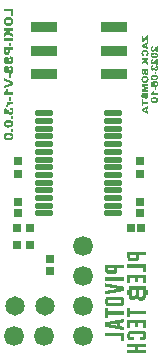
<source format=gbs>
G04*
G04 #@! TF.GenerationSoftware,Altium Limited,Altium Designer,23.0.1 (38)*
G04*
G04 Layer_Color=16711935*
%FSLAX24Y24*%
%MOIN*%
G70*
G04*
G04 #@! TF.SameCoordinates,9BD69B8C-B535-481D-991D-221D870DF5CB*
G04*
G04*
G04 #@! TF.FilePolarity,Negative*
G04*
G01*
G75*
%ADD22R,0.0276X0.0276*%
%ADD23C,0.0650*%
%ADD24C,0.0665*%
%ADD33R,0.0276X0.0276*%
G04:AMPARAMS|DCode=34|XSize=63.1mil|YSize=17.8mil|CornerRadius=5.4mil|HoleSize=0mil|Usage=FLASHONLY|Rotation=180.000|XOffset=0mil|YOffset=0mil|HoleType=Round|Shape=RoundedRectangle|*
%AMROUNDEDRECTD34*
21,1,0.0631,0.0069,0,0,180.0*
21,1,0.0522,0.0178,0,0,180.0*
1,1,0.0109,-0.0261,0.0034*
1,1,0.0109,0.0261,0.0034*
1,1,0.0109,0.0261,-0.0034*
1,1,0.0109,-0.0261,-0.0034*
%
%ADD34ROUNDEDRECTD34*%
%ADD35R,0.0276X0.0256*%
%ADD36R,0.0256X0.0276*%
%ADD37R,0.0867X0.0375*%
G36*
X4362Y892D02*
X4363Y823D01*
X4362Y822D01*
X4363Y820D01*
X4362Y814D01*
X4364Y812D01*
X4365Y811D01*
X4367Y810D01*
X4371Y810D01*
X4373Y810D01*
X4453Y810D01*
X4456Y811D01*
X4458Y813D01*
X4459Y817D01*
X4458Y818D01*
X4459Y1066D01*
X4458Y1068D01*
X4456Y1070D01*
X4454Y1070D01*
X4450Y1071D01*
X4446Y1070D01*
X3841Y1071D01*
X3838Y1070D01*
X3835Y1068D01*
X3835Y1066D01*
X3835Y968D01*
X3835Y962D01*
X3836Y960D01*
X3839Y959D01*
X3843Y958D01*
X3850Y959D01*
X3852Y958D01*
X4357Y958D01*
X4360Y958D01*
X4361Y956D01*
X4362Y956D01*
X4363Y951D01*
X4362Y949D01*
X4363Y947D01*
X4362Y943D01*
Y892D01*
Y892D01*
D02*
G37*
G36*
X5037Y709D02*
X4576Y709D01*
X4575Y708D01*
X4574Y705D01*
X4574Y698D01*
X4574Y602D01*
X4574Y601D01*
X4575Y599D01*
X4576Y598D01*
X4578Y598D01*
X4586Y597D01*
X4828Y598D01*
X4829Y597D01*
X4836Y598D01*
X4839Y596D01*
X4840Y593D01*
X4840Y586D01*
X4840Y503D01*
X4839Y501D01*
X4838Y498D01*
X4837Y498D01*
X4828Y498D01*
X4585Y498D01*
X4584Y498D01*
X4583Y498D01*
X4576Y497D01*
X4575Y496D01*
X4574Y492D01*
X4574Y389D01*
X4576Y387D01*
X4579Y386D01*
X5194Y386D01*
X5196Y387D01*
X5197Y390D01*
X5197Y392D01*
X5197Y495D01*
X5194Y498D01*
X5180Y498D01*
X4944Y498D01*
X4939Y498D01*
X4937Y500D01*
X4936Y504D01*
X4936Y595D01*
X4938Y597D01*
X4940Y598D01*
X4948Y597D01*
X5189Y598D01*
X5191Y597D01*
X5195Y598D01*
X5196Y598D01*
X5197Y603D01*
X5197Y707D01*
X5195Y709D01*
X5192Y710D01*
X5187Y709D01*
X5038D01*
X5037D01*
D02*
G37*
G36*
X5067Y1130D02*
X4668Y1129D01*
X4666Y1129D01*
X4653Y1128D01*
X4650Y1127D01*
X4648Y1126D01*
X4643Y1126D01*
X4641Y1125D01*
X4638Y1124D01*
X4634Y1124D01*
X4631Y1123D01*
X4628Y1121D01*
X4625Y1120D01*
X4619Y1118D01*
X4615Y1115D01*
X4609Y1111D01*
X4607Y1109D01*
X4606Y1109D01*
X4605Y1108D01*
X4604Y1107D01*
X4596Y1099D01*
X4596Y1098D01*
X4592Y1093D01*
X4590Y1091D01*
X4588Y1087D01*
X4588Y1086D01*
X4585Y1082D01*
X4584Y1079D01*
X4583Y1074D01*
X4581Y1071D01*
X4579Y1067D01*
X4579Y1064D01*
X4578Y1056D01*
X4576Y1048D01*
X4576Y1047D01*
X4576Y1045D01*
X4576Y1039D01*
X4574Y1037D01*
X4574Y1029D01*
X4574Y917D01*
X4576Y913D01*
X4576Y903D01*
X4576Y902D01*
X4577Y899D01*
X4578Y894D01*
X4579Y886D01*
X4580Y884D01*
X4583Y877D01*
X4585Y871D01*
X4588Y867D01*
X4589Y864D01*
X4591Y861D01*
X4593Y858D01*
X4594Y857D01*
X4597Y853D01*
X4598Y852D01*
X4599Y851D01*
X4599Y850D01*
X4603Y847D01*
X4604Y846D01*
X4608Y842D01*
X4612Y840D01*
X4614Y838D01*
X4617Y836D01*
X4621Y835D01*
X4623Y833D01*
X4624Y833D01*
X4628Y831D01*
X4632Y830D01*
X4634Y829D01*
X4638Y828D01*
X4641Y827D01*
X4646Y826D01*
X4654Y825D01*
X4668Y824D01*
X4671Y823D01*
X4675Y823D01*
X4676Y823D01*
X4783Y823D01*
X4786Y824D01*
X4787Y828D01*
X4788Y832D01*
X4787Y833D01*
X4788Y935D01*
X4785Y938D01*
X4781Y938D01*
X4674Y938D01*
X4673Y938D01*
X4671Y939D01*
X4670Y940D01*
X4669Y942D01*
X4669Y951D01*
X4669Y1004D01*
X4669Y1006D01*
X4669Y1011D01*
X4672Y1014D01*
X4675Y1016D01*
X4681Y1017D01*
X4685Y1016D01*
X4687Y1017D01*
X5095Y1016D01*
X5096Y1016D01*
X5100Y1014D01*
X5103Y1012D01*
X5104Y1009D01*
X5104Y1002D01*
X5104Y944D01*
X5103Y942D01*
X5102Y939D01*
X5101Y939D01*
X5096Y938D01*
X4989Y937D01*
X4987Y936D01*
X4986Y933D01*
X4987Y923D01*
X4986Y829D01*
X4987Y826D01*
X4988Y824D01*
X4991Y823D01*
X5101Y824D01*
X5103Y824D01*
X5105Y825D01*
X5124Y825D01*
X5126Y826D01*
X5130Y826D01*
X5132Y827D01*
X5136Y828D01*
X5138Y829D01*
X5143Y831D01*
X5147Y833D01*
X5151Y835D01*
X5155Y836D01*
X5158Y838D01*
X5161Y840D01*
X5162Y841D01*
X5165Y843D01*
X5167Y845D01*
X5168Y846D01*
X5170Y848D01*
X5171Y848D01*
X5172Y850D01*
X5176Y854D01*
X5177Y855D01*
X5181Y859D01*
X5182Y862D01*
X5182Y863D01*
X5183Y864D01*
X5184Y865D01*
X5186Y867D01*
X5187Y871D01*
X5188Y874D01*
X5189Y876D01*
X5191Y880D01*
X5192Y882D01*
X5192Y886D01*
X5193Y889D01*
X5194Y891D01*
X5195Y894D01*
X5196Y897D01*
X5196Y900D01*
X5197Y904D01*
X5197Y921D01*
X5198Y928D01*
X5198Y929D01*
X5197Y1048D01*
X5197Y1050D01*
X5196Y1056D01*
X5195Y1058D01*
X5194Y1061D01*
X5193Y1066D01*
X5192Y1068D01*
X5192Y1072D01*
X5191Y1074D01*
X5189Y1078D01*
X5186Y1084D01*
X5185Y1087D01*
X5182Y1090D01*
X5179Y1095D01*
X5177Y1098D01*
X5176Y1099D01*
X5174Y1102D01*
X5172Y1104D01*
X5171Y1104D01*
X5171Y1105D01*
X5167Y1108D01*
X5165Y1110D01*
X5162Y1113D01*
X5161Y1113D01*
X5155Y1116D01*
X5149Y1119D01*
X5145Y1121D01*
X5143Y1122D01*
X5139Y1124D01*
X5135Y1124D01*
X5130Y1125D01*
X5128Y1126D01*
X5125Y1126D01*
X5123Y1127D01*
X5119Y1128D01*
X5117Y1128D01*
X5103Y1129D01*
X5095Y1130D01*
X5068D01*
X5067D01*
D02*
G37*
G36*
X3835Y1278D02*
X3836Y1277D01*
X3838Y1275D01*
X3842Y1274D01*
X3845Y1274D01*
X3852Y1273D01*
X3855Y1272D01*
X3857Y1272D01*
X3862Y1270D01*
X3867Y1269D01*
X3872Y1269D01*
X3882Y1267D01*
X3885Y1267D01*
X3888Y1266D01*
X3892Y1265D01*
X3894Y1264D01*
X3902Y1263D01*
X3908Y1262D01*
X3911Y1262D01*
X3917Y1260D01*
X3922Y1259D01*
X3925Y1258D01*
X3933Y1257D01*
X3936Y1257D01*
X3941Y1256D01*
X3944Y1255D01*
X3947Y1254D01*
X3951Y1253D01*
X3954Y1253D01*
X3962Y1252D01*
X3964Y1251D01*
X3968Y1251D01*
X3974Y1249D01*
X3977Y1248D01*
X3979Y1248D01*
X3987Y1247D01*
X3996Y1246D01*
X3999Y1245D01*
X4003Y1244D01*
X4007Y1242D01*
X4013Y1242D01*
X4017Y1241D01*
X4022Y1241D01*
X4028Y1239D01*
X4032Y1238D01*
X4034Y1237D01*
X4038Y1237D01*
X4040Y1236D01*
X4047Y1236D01*
X4048Y1235D01*
X4054Y1234D01*
X4056Y1234D01*
X4059Y1233D01*
X4064Y1232D01*
X4070Y1231D01*
X4082Y1229D01*
X4088Y1227D01*
X4090Y1227D01*
X4093Y1226D01*
X4098Y1226D01*
X4104Y1225D01*
X4109Y1224D01*
X4113Y1222D01*
X4117Y1222D01*
X4120Y1221D01*
X4127Y1220D01*
X4136Y1219D01*
X4140Y1218D01*
X4145Y1216D01*
X4149Y1216D01*
X4151Y1215D01*
X4158Y1214D01*
X4161Y1214D01*
X4167Y1213D01*
X4170Y1212D01*
X4177Y1210D01*
X4181Y1210D01*
X4186Y1209D01*
X4189Y1209D01*
X4194Y1208D01*
X4196Y1208D01*
X4199Y1206D01*
X4203Y1205D01*
X4205Y1205D01*
X4219Y1204D01*
X4221Y1203D01*
X4229Y1200D01*
X4233Y1199D01*
X4241Y1199D01*
X4244Y1198D01*
X4247Y1198D01*
X4251Y1197D01*
X4256Y1195D01*
X4263Y1194D01*
X4266Y1194D01*
X4273Y1193D01*
X4276Y1192D01*
X4278Y1192D01*
X4283Y1190D01*
X4287Y1189D01*
X4290Y1189D01*
X4293Y1188D01*
X4300Y1188D01*
X4303Y1187D01*
X4306Y1187D01*
X4308Y1186D01*
X4312Y1184D01*
X4315Y1184D01*
X4318Y1183D01*
X4325Y1183D01*
X4330Y1182D01*
X4332Y1182D01*
X4335Y1181D01*
X4340Y1179D01*
X4346Y1178D01*
X4355Y1177D01*
X4360Y1176D01*
X4362Y1176D01*
X4367Y1174D01*
X4375Y1173D01*
X4377Y1173D01*
X4383Y1172D01*
X4386Y1171D01*
X4391Y1170D01*
X4395Y1169D01*
X4399Y1168D01*
X4407Y1167D01*
X4414Y1166D01*
X4417Y1166D01*
X4419Y1165D01*
X4427Y1163D01*
X4433Y1162D01*
X4443Y1161D01*
X4446Y1160D01*
X4450Y1158D01*
X4453Y1157D01*
X4456Y1158D01*
X4457Y1159D01*
X4458Y1162D01*
X4459Y1265D01*
X4458Y1267D01*
X4456Y1271D01*
X4455Y1272D01*
X4453Y1272D01*
X4449Y1273D01*
X4440Y1274D01*
X4434Y1275D01*
X4427Y1276D01*
X4421Y1278D01*
X4417Y1279D01*
X4408Y1279D01*
X4406Y1280D01*
X4402Y1280D01*
X4396Y1282D01*
X4393Y1282D01*
X4391Y1283D01*
X4387Y1284D01*
X4385Y1284D01*
X4375Y1285D01*
X4373Y1285D01*
X4370Y1286D01*
X4361Y1288D01*
X4357Y1289D01*
X4353Y1289D01*
X4341Y1291D01*
X4339Y1291D01*
X4335Y1292D01*
X4333Y1293D01*
X4326Y1294D01*
X4324Y1294D01*
X4321Y1296D01*
X4320Y1297D01*
X4320Y1299D01*
X4320Y1307D01*
X4320Y1392D01*
X4320Y1395D01*
X4322Y1397D01*
X4323Y1397D01*
X4324Y1398D01*
X4328Y1400D01*
X4331Y1400D01*
X4334Y1401D01*
X4342Y1402D01*
X4350Y1402D01*
X4353Y1403D01*
X4356Y1404D01*
X4359Y1405D01*
X4363Y1405D01*
X4368Y1406D01*
X4371Y1407D01*
X4380Y1407D01*
X4383Y1408D01*
X4386Y1408D01*
X4388Y1409D01*
X4394Y1410D01*
X4398Y1411D01*
X4403Y1412D01*
X4410Y1412D01*
X4417Y1413D01*
X4427Y1415D01*
X4432Y1416D01*
X4444Y1418D01*
X4454Y1419D01*
X4455Y1420D01*
X4456Y1420D01*
X4457Y1421D01*
X4458Y1425D01*
X4459Y1427D01*
X4458Y1436D01*
X4459Y1526D01*
X4458Y1529D01*
X4456Y1531D01*
X4453Y1532D01*
X4449Y1531D01*
X4444Y1530D01*
X4433Y1529D01*
X4431Y1529D01*
X4428Y1528D01*
X4426Y1527D01*
X4423Y1526D01*
X4420Y1526D01*
X4415Y1525D01*
X4412Y1524D01*
X4405Y1524D01*
X4402Y1523D01*
X4399Y1523D01*
X4395Y1522D01*
X4391Y1521D01*
X4389Y1520D01*
X4383Y1519D01*
X4375Y1519D01*
X4374Y1518D01*
X4368Y1517D01*
X4363Y1516D01*
X4358Y1515D01*
X4354Y1514D01*
X4352Y1514D01*
X4342Y1513D01*
X4340Y1512D01*
X4333Y1510D01*
X4328Y1510D01*
X4325Y1509D01*
X4321Y1509D01*
X4319Y1508D01*
X4314Y1507D01*
X4314D01*
X4307Y1507D01*
X4303Y1505D01*
X4298Y1504D01*
X4294Y1504D01*
X4292Y1503D01*
X4284Y1502D01*
X4282Y1502D01*
X4278Y1501D01*
X4271Y1499D01*
X4268Y1499D01*
X4266Y1498D01*
X4261Y1498D01*
X4256Y1497D01*
X4251Y1497D01*
X4248Y1496D01*
X4244Y1495D01*
X4241Y1494D01*
X4237Y1493D01*
X4233Y1493D01*
X4229Y1492D01*
X4224Y1492D01*
X4220Y1491D01*
X4216Y1491D01*
X4210Y1488D01*
X4207Y1488D01*
X4201Y1487D01*
X4192Y1486D01*
X4190Y1486D01*
X4187Y1485D01*
X4179Y1483D01*
X4175Y1482D01*
X4171Y1482D01*
X4163Y1481D01*
X4159Y1481D01*
X4155Y1479D01*
X4151Y1478D01*
X4149Y1477D01*
X4142Y1477D01*
X4137Y1476D01*
X4123Y1474D01*
X4119Y1472D01*
X4116Y1472D01*
X4110Y1471D01*
X4105Y1471D01*
X4098Y1469D01*
X4096Y1469D01*
X4092Y1467D01*
X4088Y1467D01*
X4081Y1466D01*
X4077Y1465D01*
X4070Y1465D01*
X4068Y1464D01*
X4066Y1464D01*
X4060Y1462D01*
X4058Y1461D01*
X4051Y1461D01*
X4046Y1460D01*
X4040Y1459D01*
X4035Y1458D01*
X4032Y1458D01*
X4030Y1457D01*
X4026Y1456D01*
X4023Y1455D01*
X4014Y1455D01*
X4012Y1454D01*
X4008Y1453D01*
X4004Y1452D01*
X4002Y1451D01*
X3995Y1451D01*
X3992Y1450D01*
X3984Y1449D01*
X3982Y1449D01*
X3977Y1448D01*
X3975Y1447D01*
X3971Y1446D01*
X3967Y1445D01*
X3963Y1445D01*
X3955Y1444D01*
X3952Y1443D01*
X3945Y1442D01*
X3942Y1441D01*
X3935Y1440D01*
X3930Y1439D01*
X3923Y1439D01*
X3920Y1438D01*
X3917Y1437D01*
X3913Y1436D01*
X3909Y1435D01*
X3907Y1435D01*
X3903Y1434D01*
X3900Y1434D01*
X3891Y1433D01*
X3887Y1432D01*
X3885Y1432D01*
X3882Y1431D01*
X3877Y1429D01*
X3863Y1428D01*
X3858Y1427D01*
X3850Y1425D01*
X3846Y1424D01*
X3838Y1423D01*
X3837Y1422D01*
X3835Y1421D01*
X3835Y1419D01*
X3835Y1411D01*
X3835Y1280D01*
X3835Y1278D01*
D02*
G37*
G36*
X4230Y1789D02*
X3936Y1788D01*
X3934Y1789D01*
X3933Y1790D01*
X3932Y1790D01*
X3932Y1791D01*
X3931Y1794D01*
X3931Y1884D01*
X3930Y1885D01*
X3929Y1887D01*
X3925Y1888D01*
X3838Y1887D01*
X3836Y1886D01*
X3835Y1885D01*
X3835Y1883D01*
X3835Y1877D01*
X3835Y1580D01*
X3836Y1579D01*
X3836Y1578D01*
X3837Y1577D01*
X3840Y1576D01*
X3928Y1577D01*
X3931Y1579D01*
X3931Y1583D01*
X3931Y1586D01*
X3931Y1673D01*
X3934Y1675D01*
X3936Y1676D01*
X3939Y1676D01*
X3941Y1676D01*
X4455Y1676D01*
X4458Y1679D01*
X4459Y1683D01*
X4458Y1690D01*
X4459Y1782D01*
X4458Y1785D01*
X4457Y1787D01*
X4456Y1787D01*
X4452Y1789D01*
X4443Y1788D01*
X4441Y1789D01*
X4429Y1788D01*
X4422Y1789D01*
X4420Y1788D01*
X4413Y1789D01*
X4230D01*
X4230D01*
D02*
G37*
G36*
X4670Y1351D02*
X4671Y1391D01*
X4672Y1392D01*
X4676Y1394D01*
X4825Y1393D01*
X4827Y1392D01*
X4828Y1388D01*
X4828Y1261D01*
X4829Y1258D01*
X4833Y1256D01*
X4845Y1257D01*
X4916Y1257D01*
X4922Y1257D01*
X4924Y1259D01*
X4924Y1262D01*
X4924Y1269D01*
X4924Y1383D01*
X4924Y1384D01*
X4924Y1390D01*
X4926Y1393D01*
X4929Y1394D01*
X4930Y1394D01*
X4932Y1394D01*
X5098Y1394D01*
X5100Y1392D01*
X5101Y1389D01*
X5102Y1223D01*
X5103Y1221D01*
X5105Y1221D01*
X5114Y1221D01*
X5194Y1221D01*
X5196Y1222D01*
X5197Y1224D01*
X5197Y1227D01*
X5197Y1505D01*
X5195Y1507D01*
X5193Y1507D01*
X4577Y1507D01*
X4575Y1506D01*
X4574Y1501D01*
X4574Y1232D01*
X4576Y1229D01*
X4581Y1228D01*
X4661Y1228D01*
X4666Y1228D01*
X4669Y1231D01*
X4670Y1234D01*
Y1351D01*
Y1351D01*
D02*
G37*
G36*
X5034Y1691D02*
X5194Y1690D01*
X5196Y1692D01*
X5197Y1693D01*
X5197Y1700D01*
X5197Y1800D01*
X5195Y1802D01*
X5193Y1803D01*
X4673Y1804D01*
X4671Y1805D01*
X4670Y1811D01*
X4670Y1900D01*
X4669Y1902D01*
X4666Y1903D01*
X4576Y1902D01*
X4574Y1901D01*
X4574Y1899D01*
X4574Y1594D01*
X4576Y1592D01*
X4579Y1591D01*
X4666Y1591D01*
X4668Y1592D01*
X4669Y1593D01*
X4670Y1596D01*
X4671Y1688D01*
X4673Y1690D01*
X4678Y1691D01*
X5034D01*
X5034D01*
D02*
G37*
G36*
X5195Y3772D02*
X5197Y3769D01*
X5197Y3665D01*
X5196Y3661D01*
X5195Y3660D01*
X5191Y3659D01*
X5189Y3660D01*
X4979Y3660D01*
X4971Y3660D01*
X4969Y3659D01*
X4967Y3655D01*
X4967Y3556D01*
X4967Y3552D01*
X4966Y3550D01*
X4965Y3545D01*
X4965Y3540D01*
X4963Y3532D01*
X4962Y3522D01*
X4961Y3519D01*
X4958Y3513D01*
X4957Y3510D01*
X4956Y3506D01*
X4954Y3505D01*
X4952Y3501D01*
X4951Y3499D01*
X4950Y3498D01*
X4948Y3496D01*
X4946Y3491D01*
X4941Y3487D01*
X4940Y3486D01*
X4937Y3484D01*
X4934Y3481D01*
X4933Y3481D01*
X4930Y3477D01*
X4927Y3476D01*
X4922Y3473D01*
X4920Y3472D01*
X4916Y3471D01*
X4910Y3468D01*
X4907Y3467D01*
X4903Y3466D01*
X4896Y3465D01*
X4885Y3464D01*
X4883Y3463D01*
X4881Y3463D01*
X4661Y3462D01*
X4659Y3463D01*
X4655Y3464D01*
X4647Y3465D01*
X4639Y3466D01*
X4631Y3468D01*
X4628Y3469D01*
X4621Y3472D01*
X4620Y3473D01*
X4618Y3474D01*
X4615Y3476D01*
X4612Y3477D01*
X4611Y3477D01*
X4611Y3478D01*
X4609Y3479D01*
X4606Y3482D01*
X4605Y3482D01*
X4603Y3484D01*
X4602Y3485D01*
X4599Y3488D01*
X4598Y3489D01*
X4597Y3491D01*
X4594Y3495D01*
X4593Y3496D01*
X4592Y3497D01*
X4591Y3498D01*
X4588Y3504D01*
X4585Y3508D01*
X4584Y3511D01*
X4584Y3513D01*
X4583Y3516D01*
X4580Y3520D01*
X4579Y3525D01*
X4578Y3532D01*
X4577Y3537D01*
X4576Y3540D01*
X4576Y3545D01*
X4576Y3547D01*
X4576Y3549D01*
X4575Y3552D01*
X4574Y3554D01*
X4574Y3766D01*
X4575Y3770D01*
X4577Y3771D01*
X4859Y3772D01*
X5185D01*
X5192Y3772D01*
X5195Y3772D01*
D02*
G37*
G36*
X4456Y3346D02*
X4458Y3344D01*
X4458Y3247D01*
X4459Y3241D01*
X4458Y3238D01*
X4456Y3236D01*
X4439Y3235D01*
X4233D01*
X4229Y3234D01*
X4228Y3232D01*
X4227Y3224D01*
X4228Y3223D01*
X4228Y3151D01*
X4228Y3143D01*
X4227Y3141D01*
X4227Y3118D01*
X4226Y3111D01*
X4225Y3109D01*
X4224Y3106D01*
X4224Y3104D01*
X4223Y3101D01*
X4222Y3099D01*
X4221Y3094D01*
X4221Y3091D01*
X4220Y3089D01*
X4218Y3086D01*
X4216Y3083D01*
X4215Y3078D01*
X4214Y3077D01*
X4210Y3071D01*
X4210Y3070D01*
X4208Y3069D01*
X4205Y3065D01*
X4205Y3064D01*
X4203Y3063D01*
X4200Y3060D01*
X4199Y3059D01*
X4196Y3056D01*
X4192Y3054D01*
X4189Y3051D01*
X4187Y3050D01*
X4184Y3049D01*
X4181Y3048D01*
X4180Y3047D01*
X4177Y3045D01*
X4171Y3043D01*
X4169Y3043D01*
X4165Y3042D01*
X4160Y3040D01*
X4155Y3039D01*
X4153Y3038D01*
X3933Y3038D01*
X3911Y3038D01*
X3907Y3039D01*
X3902Y3040D01*
X3896Y3043D01*
X3890Y3044D01*
X3888Y3045D01*
X3885Y3046D01*
X3882Y3048D01*
X3879Y3049D01*
X3877Y3050D01*
X3875Y3051D01*
X3875Y3051D01*
X3872Y3054D01*
X3870Y3054D01*
X3867Y3058D01*
X3862Y3061D01*
X3861Y3062D01*
X3858Y3066D01*
X3855Y3069D01*
X3852Y3074D01*
X3849Y3078D01*
X3848Y3080D01*
X3847Y3083D01*
X3846Y3085D01*
X3844Y3088D01*
X3843Y3091D01*
X3842Y3094D01*
X3842Y3096D01*
X3840Y3101D01*
X3839Y3105D01*
X3838Y3108D01*
X3837Y3117D01*
X3837Y3119D01*
X3836Y3125D01*
X3837Y3126D01*
X3836Y3138D01*
X3835Y3140D01*
X3835Y3340D01*
X3836Y3345D01*
X3838Y3346D01*
X3840Y3347D01*
X4441Y3347D01*
X4452Y3347D01*
X4456Y3346D01*
D02*
G37*
G36*
X5195Y3356D02*
X5197Y3354D01*
X5197Y3100D01*
X5196Y3098D01*
X5194Y3096D01*
X5109Y3097D01*
X5107Y3096D01*
X5103Y3097D01*
X5102Y3098D01*
X5101Y3239D01*
X5100Y3243D01*
X5099Y3243D01*
X5097Y3244D01*
X4967Y3244D01*
X4579D01*
X4576Y3245D01*
X4574Y3247D01*
X4574Y3348D01*
X4574Y3353D01*
X4577Y3356D01*
X5187Y3356D01*
X5192Y3357D01*
X5195Y3356D01*
D02*
G37*
G36*
X4457Y2922D02*
X4458Y2814D01*
X4457Y2812D01*
X4456Y2811D01*
X4185Y2811D01*
X3841D01*
X3837Y2811D01*
X3836Y2812D01*
X3836Y2921D01*
X3837Y2922D01*
X4455Y2923D01*
X4457Y2922D01*
D02*
G37*
G36*
X5195Y3015D02*
X5197Y3012D01*
X5197Y2733D01*
X5197Y2730D01*
X5195Y2729D01*
X5193Y2728D01*
X5109Y2728D01*
X5107Y2728D01*
X5103Y2728D01*
X5102Y2730D01*
X5101Y2861D01*
Y2861D01*
Y2897D01*
X5100Y2900D01*
X5098Y2901D01*
X4937Y2901D01*
X4930Y2901D01*
X4926Y2900D01*
X4924Y2898D01*
X4924Y2894D01*
X4924Y2892D01*
X4924Y2778D01*
X4924Y2770D01*
X4923Y2766D01*
X4921Y2765D01*
X4838Y2764D01*
X4834Y2763D01*
X4830Y2765D01*
X4829Y2766D01*
X4828Y2896D01*
X4828Y2899D01*
X4826Y2900D01*
X4674Y2901D01*
X4672Y2900D01*
X4671Y2899D01*
X4670Y2746D01*
X4671Y2739D01*
X4669Y2736D01*
X4668Y2735D01*
X4579Y2735D01*
X4575Y2736D01*
X4574Y2738D01*
X4574Y2743D01*
X4574Y3009D01*
X4575Y3013D01*
X4577Y3014D01*
X5185Y3015D01*
X5192Y3015D01*
X5195Y3015D01*
D02*
G37*
G36*
X3841Y2720D02*
X3843Y2720D01*
X3854Y2718D01*
X3862Y2717D01*
X3864Y2717D01*
X3868Y2716D01*
X3869Y2715D01*
X3873Y2715D01*
X3875Y2714D01*
X3879Y2713D01*
X3886Y2713D01*
X3888Y2712D01*
X3892Y2712D01*
X3894Y2711D01*
X3897Y2710D01*
X3902Y2709D01*
X3905Y2709D01*
X3912Y2708D01*
X3920Y2707D01*
X3927Y2705D01*
X3930Y2704D01*
X3936Y2703D01*
X3945Y2702D01*
X3947Y2702D01*
X3951Y2701D01*
X3956Y2700D01*
X3958Y2699D01*
X3961Y2699D01*
X3967Y2698D01*
X3973Y2697D01*
X3977Y2696D01*
X3980Y2696D01*
X3980Y2696D01*
X3981D01*
X3985Y2695D01*
X3988Y2694D01*
X3991Y2693D01*
X3995Y2693D01*
X4003Y2692D01*
X4005Y2691D01*
X4009Y2691D01*
X4014Y2690D01*
X4017Y2689D01*
X4019Y2688D01*
X4022Y2688D01*
X4028Y2687D01*
X4038Y2686D01*
X4042Y2685D01*
X4045Y2684D01*
X4047Y2683D01*
X4053Y2682D01*
X4060Y2681D01*
X4068Y2680D01*
X4073Y2679D01*
X4076Y2678D01*
X4078Y2678D01*
X4083Y2677D01*
X4085Y2676D01*
X4092Y2676D01*
X4099Y2675D01*
X4101Y2674D01*
X4104Y2673D01*
X4108Y2672D01*
X4114Y2671D01*
X4116Y2671D01*
X4123Y2670D01*
X4127Y2670D01*
X4131Y2668D01*
X4135Y2668D01*
X4137Y2667D01*
X4142Y2666D01*
X4151Y2665D01*
X4154Y2665D01*
X4158Y2664D01*
X4160Y2663D01*
X4163Y2663D01*
X4167Y2661D01*
X4172Y2661D01*
X4174Y2660D01*
X4181Y2660D01*
X4188Y2658D01*
X4191Y2658D01*
X4196Y2656D01*
X4200Y2656D01*
X4202Y2655D01*
X4208Y2655D01*
X4215Y2654D01*
X4219Y2653D01*
X4222Y2652D01*
X4226Y2651D01*
X4232Y2650D01*
X4241Y2649D01*
X4243Y2648D01*
X4247Y2648D01*
X4251Y2647D01*
X4254Y2646D01*
X4257Y2645D01*
X4265Y2644D01*
X4271Y2643D01*
X4278Y2642D01*
X4281Y2641D01*
X4287Y2640D01*
X4291Y2639D01*
X4296Y2639D01*
X4301Y2638D01*
X4305Y2638D01*
X4308Y2637D01*
X4313Y2635D01*
X4316Y2635D01*
X4318Y2634D01*
X4322Y2634D01*
X4330Y2633D01*
X4333Y2632D01*
X4336Y2632D01*
X4340Y2631D01*
X4346Y2629D01*
X4350Y2629D01*
X4356Y2628D01*
X4364Y2627D01*
X4369Y2626D01*
X4372Y2625D01*
X4375Y2624D01*
X4377Y2624D01*
X4383Y2623D01*
X4387Y2622D01*
X4393Y2622D01*
X4399Y2620D01*
X4402Y2619D01*
X4405Y2619D01*
X4414Y2617D01*
X4419Y2617D01*
X4423Y2616D01*
X4428Y2615D01*
X4431Y2614D01*
X4434Y2613D01*
X4436Y2613D01*
X4443Y2612D01*
X4445Y2612D01*
X4452Y2611D01*
X4456Y2610D01*
X4458Y2606D01*
X4459Y2603D01*
X4458Y2478D01*
X4459Y2474D01*
X4458Y2470D01*
X4457Y2467D01*
X4457Y2466D01*
X4455Y2465D01*
X4454Y2464D01*
X4451Y2463D01*
X4448Y2463D01*
X4436Y2462D01*
X4432Y2461D01*
X4429Y2460D01*
X4427Y2459D01*
X4424Y2459D01*
X4422Y2458D01*
X4415Y2457D01*
X4410Y2457D01*
X4406Y2456D01*
X4404Y2456D01*
X4401Y2455D01*
X4396Y2454D01*
X4391Y2453D01*
X4381Y2452D01*
X4379Y2451D01*
X4375Y2451D01*
X4373Y2450D01*
X4370Y2449D01*
X4368Y2449D01*
X4364Y2448D01*
X4363Y2447D01*
X4355Y2447D01*
X4353Y2446D01*
X4347Y2446D01*
X4343Y2445D01*
X4340Y2444D01*
X4335Y2443D01*
X4332Y2442D01*
X4327Y2442D01*
X4322Y2441D01*
X4318Y2440D01*
X4314Y2440D01*
X4311Y2439D01*
X4305Y2437D01*
X4301Y2437D01*
X4296Y2436D01*
X4291Y2435D01*
X4287Y2435D01*
X4276Y2432D01*
X4273Y2432D01*
X4266Y2431D01*
X4262Y2430D01*
X4255Y2429D01*
X4252Y2428D01*
X4246Y2427D01*
X4242Y2426D01*
X4237Y2425D01*
X4232Y2425D01*
X4228Y2424D01*
X4222Y2423D01*
X4219Y2422D01*
X4216Y2421D01*
X4215Y2421D01*
X4207Y2420D01*
X4205Y2420D01*
X4199Y2419D01*
X4193Y2417D01*
X4190Y2417D01*
X4187Y2416D01*
X4184Y2415D01*
X4175Y2415D01*
X4173Y2414D01*
X4169Y2413D01*
X4164Y2412D01*
X4161Y2412D01*
X4159Y2411D01*
X4154Y2410D01*
X4152Y2410D01*
X4145Y2409D01*
X4138Y2408D01*
X4136Y2407D01*
X4133Y2407D01*
X4128Y2405D01*
X4119Y2404D01*
X4114Y2403D01*
X4110Y2403D01*
X4108Y2402D01*
X4105Y2402D01*
X4098Y2400D01*
X4095Y2399D01*
X4085Y2398D01*
X4083Y2398D01*
X4079Y2397D01*
X4077Y2397D01*
X4074Y2396D01*
X4070Y2395D01*
X4061Y2393D01*
X4055Y2393D01*
X4049Y2392D01*
X4046Y2391D01*
X4039Y2389D01*
X4036Y2389D01*
X4031Y2388D01*
X4026Y2388D01*
X4020Y2387D01*
X4017Y2386D01*
X4014Y2385D01*
X4011Y2384D01*
X4005Y2383D01*
X3996Y2382D01*
X3994Y2382D01*
X3990Y2381D01*
X3987Y2380D01*
X3980Y2379D01*
X3977Y2378D01*
X3970Y2377D01*
X3962Y2376D01*
X3958Y2375D01*
X3955Y2374D01*
X3952Y2374D01*
X3950Y2373D01*
X3946Y2373D01*
X3938Y2372D01*
X3935Y2371D01*
X3932Y2371D01*
X3929Y2370D01*
X3926Y2369D01*
X3922Y2368D01*
X3919Y2368D01*
X3913Y2367D01*
X3903Y2366D01*
X3899Y2365D01*
X3896Y2364D01*
X3893Y2363D01*
X3891Y2363D01*
X3880Y2361D01*
X3873Y2360D01*
X3870Y2360D01*
X3867Y2359D01*
X3863Y2358D01*
X3860Y2357D01*
X3857Y2357D01*
X3852Y2356D01*
X3846Y2355D01*
X3843Y2355D01*
X3841Y2354D01*
X3837Y2355D01*
X3836Y2355D01*
X3835Y2358D01*
X3835Y2457D01*
X3835Y2465D01*
X3837Y2468D01*
X3841Y2469D01*
X3844Y2470D01*
X3847Y2470D01*
X3851Y2472D01*
X3854Y2472D01*
X3857Y2473D01*
X3872Y2474D01*
X3874Y2475D01*
X3878Y2475D01*
X3881Y2476D01*
X3884Y2477D01*
X3886Y2477D01*
X3890Y2478D01*
X3896Y2478D01*
X3902Y2479D01*
X3909Y2480D01*
X3915Y2481D01*
X3919Y2482D01*
X3922Y2483D01*
X3927Y2483D01*
X3930Y2484D01*
X3939Y2485D01*
X3942Y2485D01*
X3948Y2486D01*
X3951Y2487D01*
X3954Y2488D01*
X3959Y2488D01*
X3962Y2489D01*
X3969Y2490D01*
X3976Y2490D01*
X3980Y2491D01*
X3982Y2492D01*
X3987Y2493D01*
X3992Y2494D01*
X4000Y2495D01*
X4004Y2495D01*
X4012Y2496D01*
X4017Y2497D01*
X4022Y2498D01*
X4028Y2499D01*
X4033Y2500D01*
X4040Y2500D01*
X4044Y2501D01*
X4047Y2502D01*
X4050Y2502D01*
X4057Y2504D01*
X4060Y2504D01*
X4067Y2505D01*
X4072Y2506D01*
X4080Y2507D01*
X4085Y2508D01*
X4087Y2508D01*
X4091Y2509D01*
X4093Y2510D01*
X4101Y2511D01*
X4110Y2511D01*
X4112Y2512D01*
X4119Y2513D01*
X4122Y2514D01*
X4125Y2514D01*
X4130Y2515D01*
X4132Y2516D01*
X4139Y2516D01*
X4147Y2517D01*
X4150Y2518D01*
X4152Y2518D01*
X4155Y2519D01*
X4160Y2520D01*
X4163Y2520D01*
X4167Y2521D01*
X4173Y2522D01*
X4179Y2522D01*
X4182Y2523D01*
X4188Y2524D01*
X4190Y2524D01*
X4196Y2526D01*
X4200Y2526D01*
X4206Y2527D01*
X4213Y2527D01*
X4215Y2528D01*
X4219Y2528D01*
X4222Y2529D01*
X4225Y2530D01*
X4227Y2530D01*
X4236Y2532D01*
X4241Y2532D01*
X4249Y2533D01*
X4252Y2534D01*
X4258Y2535D01*
X4261Y2536D01*
X4267Y2538D01*
X4267Y2540D01*
X4265Y2541D01*
X4262Y2542D01*
X4258Y2542D01*
X4252Y2543D01*
X4244Y2543D01*
X4240Y2544D01*
X4234Y2545D01*
X4230Y2546D01*
X4227Y2546D01*
X4223Y2547D01*
X4215Y2548D01*
X4211Y2548D01*
X4203Y2549D01*
X4201Y2550D01*
X4198Y2550D01*
X4196Y2551D01*
X4193Y2551D01*
X4187Y2553D01*
X4182Y2553D01*
X4175Y2554D01*
X4171Y2554D01*
X4167Y2555D01*
X4165Y2555D01*
X4160Y2557D01*
X4157Y2557D01*
X4150Y2558D01*
X4138Y2559D01*
X4131Y2560D01*
X4127Y2562D01*
X4124Y2562D01*
X4119Y2563D01*
X4118Y2563D01*
X4108Y2564D01*
X4105Y2565D01*
X4098Y2565D01*
X4095Y2566D01*
X4091Y2567D01*
X4088Y2568D01*
X4081Y2569D01*
X4075Y2569D01*
X4070Y2570D01*
X4065Y2570D01*
X4062Y2571D01*
X4058Y2572D01*
X4055Y2573D01*
X4052Y2573D01*
X4049Y2574D01*
X4045Y2574D01*
X4037Y2575D01*
X4032Y2575D01*
X4026Y2576D01*
X4019Y2578D01*
X4012Y2579D01*
X4004Y2580D01*
X3992Y2582D01*
X3989Y2582D01*
X3986Y2583D01*
X3982Y2584D01*
X3980Y2584D01*
X3973Y2585D01*
X3967Y2586D01*
X3960Y2587D01*
X3956Y2587D01*
X3952Y2588D01*
X3949Y2589D01*
X3943Y2590D01*
X3938Y2590D01*
X3932Y2591D01*
X3927Y2591D01*
X3923Y2592D01*
X3918Y2593D01*
X3913Y2594D01*
X3908Y2595D01*
X3905Y2596D01*
X3898Y2596D01*
X3887Y2598D01*
X3880Y2599D01*
X3877Y2600D01*
X3874Y2600D01*
X3860Y2602D01*
X3857Y2602D01*
X3850Y2603D01*
X3846Y2605D01*
X3842Y2605D01*
X3840Y2606D01*
X3837Y2607D01*
X3836Y2607D01*
X3835Y2609D01*
X3835Y2616D01*
X3835Y2716D01*
X3836Y2719D01*
X3837Y2720D01*
X3838Y2720D01*
X3839Y2721D01*
X3841Y2720D01*
D02*
G37*
G36*
X5191Y2621D02*
X5192Y2619D01*
X5193Y2616D01*
X5193Y2615D01*
X5193Y2610D01*
X5193Y2512D01*
X5193Y2498D01*
X5194Y2495D01*
X5195Y2495D01*
X5196Y2494D01*
X5247Y2493D01*
X5249Y2494D01*
X5253Y2493D01*
X5255Y2492D01*
X5256Y2347D01*
X5256Y2345D01*
X5255Y2341D01*
X5254Y2340D01*
X5197Y2340D01*
X5194Y2338D01*
X5193Y2338D01*
X5193Y2326D01*
X5192Y2320D01*
X5191Y2304D01*
X5191Y2298D01*
X5190Y2292D01*
X5189Y2287D01*
X5187Y2281D01*
X5187Y2279D01*
X5186Y2273D01*
X5185Y2269D01*
X5183Y2266D01*
X5182Y2264D01*
X5181Y2258D01*
X5179Y2254D01*
X5178Y2250D01*
X5177Y2247D01*
X5176Y2245D01*
X5176Y2242D01*
X5173Y2237D01*
X5168Y2227D01*
X5166Y2224D01*
X5165Y2220D01*
X5164Y2218D01*
X5162Y2214D01*
X5159Y2209D01*
X5158Y2208D01*
X5157Y2207D01*
X5156Y2207D01*
X5154Y2203D01*
X5150Y2197D01*
X5149Y2196D01*
X5148Y2195D01*
X5148Y2194D01*
X5146Y2192D01*
X5143Y2189D01*
X5143Y2188D01*
X5135Y2181D01*
X5134Y2180D01*
X5129Y2175D01*
X5127Y2174D01*
X5126Y2173D01*
X5123Y2170D01*
X5119Y2168D01*
X5114Y2164D01*
X5113Y2163D01*
X5111Y2161D01*
X5106Y2158D01*
X5101Y2156D01*
X5100Y2155D01*
X5091Y2152D01*
X5090Y2151D01*
X5089Y2150D01*
X5088Y2149D01*
X5085Y2148D01*
X5081Y2147D01*
X5079Y2147D01*
X5074Y2145D01*
X5068Y2144D01*
X5066Y2143D01*
X5060Y2142D01*
X5053Y2142D01*
X5047Y2140D01*
X5042Y2140D01*
X5040Y2139D01*
X5017Y2139D01*
X5012Y2139D01*
X5004Y2140D01*
X5001Y2140D01*
X4998Y2141D01*
X4990Y2142D01*
X4982Y2143D01*
X4979Y2144D01*
X4976Y2144D01*
X4974Y2145D01*
X4968Y2147D01*
X4964Y2148D01*
X4960Y2150D01*
X4959Y2150D01*
X4957Y2152D01*
X4953Y2153D01*
X4951Y2154D01*
X4941Y2158D01*
X4939Y2160D01*
X4936Y2162D01*
X4931Y2165D01*
X4930Y2166D01*
X4928Y2167D01*
X4923Y2170D01*
X4921Y2172D01*
X4918Y2175D01*
X4917Y2175D01*
X4911Y2181D01*
X4910Y2181D01*
X4910Y2182D01*
X4907Y2185D01*
X4906Y2185D01*
X4904Y2187D01*
X4903Y2189D01*
X4901Y2191D01*
X4899Y2194D01*
X4898Y2195D01*
X4895Y2198D01*
X4893Y2202D01*
X4889Y2208D01*
X4888Y2209D01*
X4887Y2212D01*
X4886Y2215D01*
X4884Y2218D01*
X4882Y2222D01*
X4877Y2233D01*
X4876Y2233D01*
X4874Y2234D01*
X4873Y2233D01*
X4872Y2232D01*
X4871Y2228D01*
X4870Y2227D01*
X4868Y2225D01*
X4864Y2218D01*
X4863Y2216D01*
X4860Y2211D01*
X4859Y2210D01*
X4856Y2207D01*
X4856Y2205D01*
X4852Y2202D01*
X4852Y2201D01*
X4851Y2200D01*
X4850Y2199D01*
X4847Y2196D01*
X4847Y2195D01*
X4844Y2192D01*
X4843Y2192D01*
X4836Y2186D01*
X4835Y2185D01*
X4834Y2184D01*
X4833Y2183D01*
X4832Y2182D01*
X4826Y2179D01*
X4824Y2177D01*
X4813Y2171D01*
X4810Y2170D01*
X4806Y2168D01*
X4804Y2168D01*
X4801Y2167D01*
X4796Y2165D01*
X4793Y2164D01*
X4788Y2163D01*
X4784Y2162D01*
X4782Y2162D01*
X4776Y2160D01*
X4774Y2160D01*
X4739Y2159D01*
X4735Y2160D01*
X4729Y2160D01*
X4725Y2161D01*
X4719Y2163D01*
X4717Y2163D01*
X4713Y2164D01*
X4706Y2165D01*
X4703Y2167D01*
X4698Y2168D01*
X4692Y2170D01*
X4689Y2171D01*
X4685Y2173D01*
X4684Y2174D01*
X4680Y2176D01*
X4679Y2176D01*
X4677Y2178D01*
X4671Y2181D01*
X4670Y2182D01*
X4669Y2183D01*
X4665Y2185D01*
X4659Y2191D01*
X4658Y2191D01*
X4654Y2196D01*
X4653Y2196D01*
X4652Y2197D01*
X4648Y2202D01*
X4647Y2203D01*
X4646Y2205D01*
X4642Y2210D01*
X4641Y2211D01*
X4639Y2213D01*
X4637Y2216D01*
X4636Y2220D01*
X4635Y2221D01*
X4634Y2222D01*
X4632Y2226D01*
X4631Y2230D01*
X4629Y2232D01*
X4627Y2235D01*
X4626Y2240D01*
X4624Y2243D01*
X4623Y2248D01*
X4622Y2250D01*
X4621Y2253D01*
X4621Y2258D01*
X4618Y2263D01*
X4617Y2266D01*
X4616Y2268D01*
X4616Y2272D01*
X4615Y2276D01*
X4615Y2280D01*
X4614Y2285D01*
X4613Y2287D01*
X4612Y2292D01*
X4612Y2294D01*
X4611Y2307D01*
X4611Y2308D01*
X4610Y2335D01*
X4609Y2338D01*
X4608Y2339D01*
X4549Y2340D01*
X4544Y2340D01*
X4542Y2342D01*
X4542Y2488D01*
X4543Y2492D01*
X4544Y2493D01*
X4605Y2493D01*
X4608Y2495D01*
X4610Y2498D01*
X4610Y2503D01*
X4610Y2618D01*
X4611Y2620D01*
X4612Y2621D01*
X5189Y2622D01*
X5191Y2621D01*
D02*
G37*
G36*
X4383Y2276D02*
X4387Y2276D01*
X4389Y2275D01*
X4394Y2274D01*
X4399Y2272D01*
X4408Y2270D01*
X4409Y2269D01*
X4412Y2267D01*
X4415Y2266D01*
X4418Y2265D01*
X4420Y2262D01*
X4425Y2260D01*
X4429Y2256D01*
X4432Y2254D01*
X4435Y2250D01*
X4436Y2249D01*
X4438Y2246D01*
X4441Y2242D01*
X4443Y2240D01*
X4444Y2238D01*
X4446Y2234D01*
X4448Y2229D01*
X4450Y2226D01*
X4450Y2224D01*
X4451Y2220D01*
X4452Y2216D01*
X4454Y2211D01*
X4455Y2209D01*
X4455Y2206D01*
X4456Y2199D01*
X4457Y2192D01*
X4457Y2183D01*
X4457Y2177D01*
X4458Y2174D01*
X4459Y2172D01*
X4458Y2082D01*
X4459Y2073D01*
X4457Y2066D01*
X4456Y2049D01*
X4456Y2042D01*
X4455Y2038D01*
X4454Y2033D01*
X4452Y2029D01*
X4450Y2020D01*
X4448Y2017D01*
X4447Y2015D01*
X4446Y2015D01*
X4446Y2012D01*
X4444Y2008D01*
X4443Y2007D01*
X4440Y2002D01*
X4439Y2000D01*
X4436Y1998D01*
X4436Y1997D01*
X4429Y1990D01*
X4426Y1988D01*
X4423Y1985D01*
X4423Y1984D01*
X4419Y1982D01*
X4414Y1979D01*
X4412Y1978D01*
X4411Y1977D01*
X4410D01*
X4408Y1977D01*
X4405Y1975D01*
X4400Y1973D01*
X4394Y1972D01*
X4385Y1970D01*
X4382Y1969D01*
X4380Y1968D01*
X4375Y1968D01*
X4369Y1968D01*
X4368Y1967D01*
X3940Y1967D01*
X3927Y1967D01*
X3925Y1968D01*
X3920Y1968D01*
X3915Y1968D01*
X3913Y1969D01*
X3908Y1970D01*
X3901Y1972D01*
X3894Y1972D01*
X3891Y1974D01*
X3886Y1977D01*
X3884Y1977D01*
X3880Y1978D01*
X3877Y1981D01*
X3872Y1984D01*
X3868Y1987D01*
X3867Y1988D01*
X3862Y1993D01*
X3860Y1994D01*
X3860Y1994D01*
X3859Y1995D01*
X3858Y1997D01*
X3857Y1998D01*
X3855Y2000D01*
X3853Y2004D01*
X3852Y2005D01*
X3851Y2006D01*
X3849Y2008D01*
X3848Y2012D01*
X3846Y2017D01*
X3844Y2019D01*
X3843Y2022D01*
X3842Y2027D01*
X3840Y2033D01*
X3839Y2036D01*
X3838Y2038D01*
X3838Y2042D01*
X3837Y2047D01*
X3837Y2056D01*
X3837Y2063D01*
X3836Y2067D01*
X3836Y2069D01*
X3835Y2072D01*
X3835Y2074D01*
X3835Y2165D01*
X3835Y2172D01*
X3836Y2175D01*
X3837Y2182D01*
X3836Y2183D01*
X3837Y2187D01*
X3836Y2189D01*
X3837Y2193D01*
X3837Y2196D01*
X3838Y2204D01*
X3838Y2208D01*
X3840Y2213D01*
X3842Y2217D01*
X3843Y2224D01*
X3845Y2229D01*
X3846Y2230D01*
X3847Y2231D01*
X3848Y2234D01*
X3849Y2238D01*
X3852Y2241D01*
X3854Y2245D01*
X3855Y2246D01*
X3856Y2247D01*
X3857Y2247D01*
X3859Y2251D01*
X3860Y2252D01*
X3863Y2255D01*
X3864Y2255D01*
X3867Y2258D01*
X3871Y2261D01*
X3873Y2263D01*
X3878Y2266D01*
X3883Y2268D01*
X3887Y2270D01*
X3894Y2272D01*
X3897Y2273D01*
X3903Y2275D01*
X3907Y2276D01*
X3908Y2276D01*
X4353Y2277D01*
X4383Y2276D01*
D02*
G37*
G36*
X5587Y10440D02*
X5535D01*
Y10539D01*
X5530Y10533D01*
X5525Y10528D01*
X5524Y10527D01*
X5523Y10525D01*
X5522Y10524D01*
X5522Y10524D01*
X5519Y10521D01*
X5516Y10517D01*
X5514Y10513D01*
X5511Y10509D01*
X5508Y10504D01*
X5505Y10501D01*
X5504Y10499D01*
X5503Y10498D01*
X5499Y10492D01*
X5495Y10487D01*
X5491Y10482D01*
X5487Y10477D01*
X5483Y10474D01*
X5480Y10470D01*
X5474Y10464D01*
X5469Y10459D01*
X5465Y10456D01*
X5462Y10454D01*
X5462Y10454D01*
X5455Y10450D01*
X5447Y10447D01*
X5440Y10444D01*
X5435Y10443D01*
X5429Y10442D01*
X5425Y10441D01*
X5424D01*
X5422D01*
X5422D01*
X5422D01*
X5415Y10442D01*
X5408Y10443D01*
X5402Y10445D01*
X5397Y10447D01*
X5392Y10449D01*
X5389Y10450D01*
X5387Y10452D01*
X5386Y10452D01*
X5381Y10456D01*
X5376Y10461D01*
X5372Y10466D01*
X5369Y10471D01*
X5366Y10475D01*
X5364Y10479D01*
X5363Y10481D01*
X5363Y10481D01*
Y10482D01*
X5361Y10489D01*
X5358Y10497D01*
X5357Y10506D01*
X5356Y10514D01*
X5356Y10522D01*
Y10525D01*
X5355Y10528D01*
Y10534D01*
X5356Y10545D01*
X5356Y10555D01*
X5358Y10564D01*
X5359Y10571D01*
X5361Y10576D01*
X5362Y10581D01*
X5363Y10583D01*
X5363Y10584D01*
Y10584D01*
X5367Y10591D01*
X5370Y10596D01*
X5374Y10601D01*
X5378Y10605D01*
X5381Y10608D01*
X5384Y10611D01*
X5385Y10612D01*
X5386Y10612D01*
X5393Y10616D01*
X5399Y10618D01*
X5406Y10621D01*
X5412Y10623D01*
X5419Y10624D01*
X5423Y10625D01*
X5425Y10625D01*
X5427Y10626D01*
X5427D01*
X5428D01*
X5433Y10562D01*
X5426Y10561D01*
X5421Y10559D01*
X5416Y10558D01*
X5412Y10556D01*
X5410Y10554D01*
X5408Y10553D01*
X5407Y10552D01*
X5406Y10552D01*
X5404Y10549D01*
X5402Y10545D01*
X5400Y10542D01*
X5399Y10539D01*
X5399Y10536D01*
X5398Y10534D01*
Y10532D01*
X5399Y10528D01*
X5400Y10524D01*
X5401Y10521D01*
X5402Y10518D01*
X5403Y10515D01*
X5405Y10514D01*
X5405Y10513D01*
X5406Y10512D01*
X5409Y10510D01*
X5412Y10508D01*
X5415Y10507D01*
X5418Y10505D01*
X5420Y10505D01*
X5422Y10504D01*
X5423D01*
X5424D01*
X5427Y10505D01*
X5431Y10506D01*
X5435Y10507D01*
X5437Y10508D01*
X5440Y10510D01*
X5442Y10511D01*
X5444Y10512D01*
X5444Y10512D01*
X5446Y10514D01*
X5449Y10516D01*
X5454Y10521D01*
X5459Y10527D01*
X5464Y10533D01*
X5469Y10539D01*
X5472Y10544D01*
X5474Y10546D01*
X5475Y10547D01*
X5475Y10548D01*
X5476Y10548D01*
X5482Y10556D01*
X5488Y10564D01*
X5494Y10571D01*
X5499Y10577D01*
X5504Y10583D01*
X5509Y10588D01*
X5514Y10593D01*
X5518Y10596D01*
X5521Y10600D01*
X5525Y10603D01*
X5528Y10605D01*
X5530Y10607D01*
X5532Y10609D01*
X5533Y10610D01*
X5534Y10610D01*
X5534Y10611D01*
X5544Y10616D01*
X5553Y10621D01*
X5562Y10624D01*
X5570Y10626D01*
X5577Y10628D01*
X5580Y10629D01*
X5582Y10629D01*
X5584Y10630D01*
X5586Y10630D01*
X5586D01*
X5587D01*
Y10440D01*
D02*
G37*
G36*
X5482Y10413D02*
X5491Y10412D01*
X5499Y10411D01*
X5506Y10410D01*
X5512Y10410D01*
X5517Y10409D01*
X5519Y10409D01*
X5520Y10408D01*
X5520D01*
X5521D01*
X5528Y10407D01*
X5535Y10405D01*
X5541Y10403D01*
X5546Y10400D01*
X5550Y10399D01*
X5552Y10397D01*
X5554Y10396D01*
X5555Y10396D01*
X5561Y10391D01*
X5566Y10386D01*
X5571Y10382D01*
X5575Y10377D01*
X5578Y10373D01*
X5580Y10370D01*
X5581Y10368D01*
X5581Y10367D01*
X5584Y10360D01*
X5587Y10352D01*
X5588Y10344D01*
X5589Y10336D01*
X5590Y10330D01*
Y10327D01*
X5591Y10325D01*
Y10320D01*
X5590Y10311D01*
X5589Y10302D01*
X5588Y10294D01*
X5586Y10287D01*
X5584Y10280D01*
X5581Y10274D01*
X5579Y10269D01*
X5576Y10264D01*
X5573Y10260D01*
X5571Y10257D01*
X5569Y10254D01*
X5566Y10252D01*
X5564Y10249D01*
X5563Y10248D01*
X5562Y10248D01*
X5562Y10247D01*
X5556Y10244D01*
X5550Y10240D01*
X5543Y10237D01*
X5536Y10235D01*
X5521Y10231D01*
X5506Y10229D01*
X5499Y10228D01*
X5492Y10227D01*
X5487Y10227D01*
X5481Y10227D01*
X5477Y10226D01*
X5474D01*
X5472D01*
X5471D01*
X5461Y10227D01*
X5451Y10227D01*
X5442Y10228D01*
X5435Y10230D01*
X5428Y10231D01*
X5425Y10231D01*
X5423Y10232D01*
X5421Y10232D01*
X5420Y10232D01*
X5419Y10233D01*
X5418D01*
X5413Y10234D01*
X5409Y10236D01*
X5405Y10237D01*
X5402Y10238D01*
X5399Y10239D01*
X5397Y10241D01*
X5395Y10241D01*
X5395Y10242D01*
X5388Y10246D01*
X5384Y10249D01*
X5382Y10251D01*
X5379Y10253D01*
X5378Y10255D01*
X5376Y10256D01*
X5376Y10257D01*
X5373Y10260D01*
X5370Y10264D01*
X5367Y10268D01*
X5365Y10272D01*
X5363Y10275D01*
X5362Y10278D01*
X5361Y10280D01*
X5361Y10281D01*
X5359Y10287D01*
X5358Y10293D01*
X5356Y10299D01*
X5356Y10305D01*
X5356Y10310D01*
X5355Y10314D01*
Y10318D01*
X5356Y10327D01*
X5356Y10335D01*
X5358Y10343D01*
X5359Y10350D01*
X5361Y10356D01*
X5363Y10362D01*
X5366Y10367D01*
X5368Y10372D01*
X5370Y10376D01*
X5373Y10380D01*
X5375Y10383D01*
X5377Y10385D01*
X5379Y10387D01*
X5380Y10388D01*
X5381Y10389D01*
X5381Y10390D01*
X5387Y10394D01*
X5393Y10397D01*
X5399Y10400D01*
X5406Y10403D01*
X5421Y10407D01*
X5436Y10410D01*
X5443Y10411D01*
X5450Y10412D01*
X5456Y10412D01*
X5462Y10413D01*
X5466Y10413D01*
X5469D01*
X5471D01*
X5472D01*
X5482Y10413D01*
D02*
G37*
G36*
X5587Y10014D02*
X5535D01*
Y10114D01*
X5530Y10108D01*
X5525Y10103D01*
X5524Y10101D01*
X5523Y10100D01*
X5522Y10099D01*
X5522Y10099D01*
X5519Y10096D01*
X5516Y10092D01*
X5514Y10088D01*
X5511Y10084D01*
X5508Y10079D01*
X5505Y10076D01*
X5504Y10074D01*
X5503Y10073D01*
X5499Y10067D01*
X5495Y10062D01*
X5491Y10057D01*
X5487Y10052D01*
X5483Y10049D01*
X5480Y10045D01*
X5474Y10039D01*
X5469Y10034D01*
X5465Y10031D01*
X5462Y10029D01*
X5462Y10029D01*
X5455Y10024D01*
X5447Y10022D01*
X5440Y10019D01*
X5435Y10018D01*
X5429Y10017D01*
X5425Y10016D01*
X5424D01*
X5422D01*
X5422D01*
X5422D01*
X5415Y10017D01*
X5408Y10018D01*
X5402Y10019D01*
X5397Y10022D01*
X5392Y10024D01*
X5389Y10025D01*
X5387Y10027D01*
X5386Y10027D01*
X5381Y10031D01*
X5376Y10036D01*
X5372Y10041D01*
X5369Y10046D01*
X5366Y10050D01*
X5364Y10054D01*
X5363Y10056D01*
X5363Y10056D01*
Y10056D01*
X5361Y10064D01*
X5358Y10072D01*
X5357Y10081D01*
X5356Y10089D01*
X5356Y10097D01*
Y10100D01*
X5355Y10103D01*
Y10108D01*
X5356Y10120D01*
X5356Y10130D01*
X5358Y10138D01*
X5359Y10145D01*
X5361Y10151D01*
X5362Y10155D01*
X5363Y10158D01*
X5363Y10158D01*
Y10159D01*
X5367Y10165D01*
X5370Y10171D01*
X5374Y10176D01*
X5378Y10180D01*
X5381Y10183D01*
X5384Y10185D01*
X5385Y10187D01*
X5386Y10187D01*
X5393Y10190D01*
X5399Y10193D01*
X5406Y10195D01*
X5412Y10197D01*
X5419Y10199D01*
X5423Y10200D01*
X5425Y10200D01*
X5427Y10200D01*
X5427D01*
X5428D01*
X5433Y10137D01*
X5426Y10135D01*
X5421Y10134D01*
X5416Y10133D01*
X5412Y10131D01*
X5410Y10129D01*
X5408Y10128D01*
X5407Y10127D01*
X5406Y10127D01*
X5404Y10123D01*
X5402Y10120D01*
X5400Y10117D01*
X5399Y10114D01*
X5399Y10111D01*
X5398Y10109D01*
Y10107D01*
X5399Y10103D01*
X5400Y10099D01*
X5401Y10096D01*
X5402Y10093D01*
X5403Y10090D01*
X5405Y10088D01*
X5405Y10088D01*
X5406Y10087D01*
X5409Y10085D01*
X5412Y10083D01*
X5415Y10081D01*
X5418Y10080D01*
X5420Y10080D01*
X5422Y10079D01*
X5423D01*
X5424D01*
X5427Y10080D01*
X5431Y10081D01*
X5435Y10082D01*
X5437Y10083D01*
X5440Y10085D01*
X5442Y10086D01*
X5444Y10087D01*
X5444Y10087D01*
X5446Y10089D01*
X5449Y10091D01*
X5454Y10096D01*
X5459Y10102D01*
X5464Y10108D01*
X5469Y10114D01*
X5472Y10118D01*
X5474Y10121D01*
X5475Y10122D01*
X5475Y10123D01*
X5476Y10123D01*
X5482Y10131D01*
X5488Y10139D01*
X5494Y10146D01*
X5499Y10152D01*
X5504Y10158D01*
X5509Y10163D01*
X5514Y10168D01*
X5518Y10171D01*
X5521Y10175D01*
X5525Y10178D01*
X5528Y10180D01*
X5530Y10182D01*
X5532Y10184D01*
X5533Y10185D01*
X5534Y10185D01*
X5534Y10185D01*
X5544Y10191D01*
X5553Y10195D01*
X5562Y10199D01*
X5570Y10201D01*
X5577Y10203D01*
X5580Y10204D01*
X5582Y10204D01*
X5584Y10205D01*
X5586Y10205D01*
X5586D01*
X5587D01*
Y10014D01*
D02*
G37*
G36*
X5534Y9987D02*
X5541Y9984D01*
X5547Y9982D01*
X5553Y9979D01*
X5557Y9976D01*
X5560Y9974D01*
X5561Y9972D01*
X5562Y9972D01*
X5567Y9967D01*
X5571Y9962D01*
X5575Y9957D01*
X5578Y9953D01*
X5581Y9949D01*
X5582Y9945D01*
X5583Y9943D01*
X5583Y9942D01*
X5586Y9935D01*
X5588Y9927D01*
X5589Y9919D01*
X5590Y9911D01*
X5590Y9904D01*
Y9901D01*
X5591Y9898D01*
Y9893D01*
X5590Y9882D01*
X5589Y9872D01*
X5588Y9863D01*
X5586Y9856D01*
X5584Y9850D01*
X5583Y9847D01*
X5583Y9846D01*
X5582Y9844D01*
X5581Y9843D01*
X5581Y9842D01*
Y9842D01*
X5577Y9835D01*
X5572Y9829D01*
X5568Y9824D01*
X5563Y9819D01*
X5559Y9816D01*
X5556Y9814D01*
X5554Y9812D01*
X5553Y9812D01*
X5546Y9808D01*
X5539Y9806D01*
X5533Y9804D01*
X5526Y9802D01*
X5521Y9801D01*
X5518Y9801D01*
X5515D01*
X5515D01*
X5514D01*
X5509Y9801D01*
X5504Y9802D01*
X5499Y9803D01*
X5495Y9804D01*
X5492Y9806D01*
X5489Y9806D01*
X5488Y9807D01*
X5487Y9808D01*
X5483Y9810D01*
X5479Y9813D01*
X5476Y9816D01*
X5474Y9819D01*
X5472Y9821D01*
X5470Y9823D01*
X5469Y9825D01*
X5469Y9825D01*
X5467Y9828D01*
X5466Y9831D01*
X5463Y9838D01*
X5462Y9841D01*
X5462Y9843D01*
X5461Y9845D01*
Y9845D01*
X5458Y9839D01*
X5454Y9834D01*
X5450Y9830D01*
X5447Y9827D01*
X5445Y9824D01*
X5442Y9823D01*
X5441Y9821D01*
X5440Y9821D01*
X5436Y9818D01*
X5431Y9816D01*
X5427Y9815D01*
X5422Y9814D01*
X5419Y9813D01*
X5416Y9813D01*
X5415D01*
X5414D01*
X5409Y9813D01*
X5405Y9814D01*
X5396Y9816D01*
X5389Y9819D01*
X5383Y9823D01*
X5378Y9826D01*
X5375Y9829D01*
X5373Y9832D01*
X5372Y9832D01*
Y9833D01*
X5369Y9837D01*
X5366Y9841D01*
X5362Y9851D01*
X5359Y9862D01*
X5357Y9873D01*
X5356Y9878D01*
X5356Y9882D01*
X5356Y9886D01*
Y9890D01*
X5355Y9893D01*
Y9898D01*
X5356Y9911D01*
X5356Y9918D01*
X5358Y9923D01*
X5359Y9929D01*
X5360Y9934D01*
X5361Y9938D01*
X5363Y9942D01*
X5364Y9946D01*
X5365Y9949D01*
X5367Y9952D01*
X5368Y9954D01*
X5369Y9956D01*
X5370Y9957D01*
X5370Y9957D01*
Y9958D01*
X5377Y9965D01*
X5384Y9971D01*
X5391Y9976D01*
X5398Y9980D01*
X5405Y9983D01*
X5408Y9984D01*
X5410Y9985D01*
X5412Y9985D01*
X5413Y9986D01*
X5414Y9986D01*
X5415D01*
X5425Y9926D01*
X5419Y9925D01*
X5414Y9924D01*
X5410Y9922D01*
X5407Y9921D01*
X5405Y9919D01*
X5403Y9918D01*
X5402Y9918D01*
X5402Y9917D01*
X5399Y9914D01*
X5398Y9911D01*
X5396Y9908D01*
X5395Y9905D01*
X5395Y9903D01*
X5395Y9900D01*
Y9899D01*
X5395Y9895D01*
X5395Y9891D01*
X5397Y9888D01*
X5398Y9886D01*
X5399Y9884D01*
X5400Y9883D01*
X5400Y9882D01*
X5401Y9881D01*
X5403Y9879D01*
X5406Y9878D01*
X5409Y9877D01*
X5412Y9876D01*
X5414Y9875D01*
X5416Y9875D01*
X5417D01*
X5418D01*
X5421Y9875D01*
X5425Y9876D01*
X5428Y9878D01*
X5431Y9879D01*
X5433Y9881D01*
X5435Y9883D01*
X5436Y9883D01*
X5436Y9884D01*
X5439Y9887D01*
X5440Y9890D01*
X5442Y9894D01*
X5443Y9897D01*
X5443Y9900D01*
X5444Y9903D01*
Y9907D01*
X5443Y9910D01*
Y9913D01*
X5488Y9916D01*
X5487Y9911D01*
X5486Y9907D01*
X5485Y9904D01*
X5485Y9901D01*
X5484Y9898D01*
Y9895D01*
X5485Y9890D01*
X5486Y9886D01*
X5487Y9882D01*
X5489Y9879D01*
X5490Y9876D01*
X5492Y9875D01*
X5493Y9873D01*
X5493Y9873D01*
X5497Y9870D01*
X5501Y9868D01*
X5505Y9867D01*
X5509Y9866D01*
X5512Y9865D01*
X5515Y9865D01*
X5517D01*
X5518D01*
X5523Y9865D01*
X5528Y9866D01*
X5533Y9868D01*
X5536Y9869D01*
X5539Y9870D01*
X5541Y9872D01*
X5542Y9873D01*
X5543Y9873D01*
X5546Y9877D01*
X5548Y9880D01*
X5550Y9884D01*
X5551Y9887D01*
X5551Y9890D01*
X5552Y9893D01*
Y9895D01*
X5551Y9899D01*
X5551Y9903D01*
X5550Y9907D01*
X5548Y9910D01*
X5547Y9912D01*
X5546Y9914D01*
X5545Y9915D01*
X5545Y9915D01*
X5541Y9918D01*
X5537Y9920D01*
X5529Y9923D01*
X5524Y9925D01*
X5521Y9925D01*
X5519Y9926D01*
X5518D01*
X5527Y9989D01*
X5534Y9987D01*
D02*
G37*
G36*
X5528Y9689D02*
X5479D01*
Y9781D01*
X5528D01*
Y9689D01*
D02*
G37*
G36*
X5482Y9669D02*
X5491Y9668D01*
X5499Y9668D01*
X5506Y9667D01*
X5512Y9666D01*
X5517Y9665D01*
X5519Y9665D01*
X5520Y9665D01*
X5520D01*
X5521D01*
X5528Y9663D01*
X5535Y9661D01*
X5541Y9659D01*
X5546Y9657D01*
X5550Y9655D01*
X5552Y9653D01*
X5554Y9653D01*
X5555Y9652D01*
X5561Y9648D01*
X5566Y9643D01*
X5571Y9638D01*
X5575Y9633D01*
X5578Y9629D01*
X5580Y9626D01*
X5581Y9624D01*
X5581Y9623D01*
X5584Y9616D01*
X5587Y9608D01*
X5588Y9600D01*
X5589Y9593D01*
X5590Y9586D01*
Y9583D01*
X5591Y9581D01*
Y9576D01*
X5590Y9567D01*
X5589Y9558D01*
X5588Y9550D01*
X5586Y9543D01*
X5584Y9536D01*
X5581Y9531D01*
X5579Y9525D01*
X5576Y9521D01*
X5573Y9516D01*
X5571Y9513D01*
X5569Y9510D01*
X5566Y9508D01*
X5564Y9506D01*
X5563Y9504D01*
X5562Y9504D01*
X5562Y9504D01*
X5556Y9500D01*
X5550Y9497D01*
X5543Y9494D01*
X5536Y9491D01*
X5521Y9487D01*
X5506Y9485D01*
X5499Y9484D01*
X5492Y9484D01*
X5487Y9483D01*
X5481Y9483D01*
X5477Y9482D01*
X5474D01*
X5472D01*
X5471D01*
X5461Y9483D01*
X5451Y9483D01*
X5442Y9484D01*
X5435Y9486D01*
X5428Y9487D01*
X5425Y9487D01*
X5423Y9488D01*
X5421Y9488D01*
X5420Y9489D01*
X5419Y9489D01*
X5418D01*
X5413Y9490D01*
X5409Y9492D01*
X5405Y9493D01*
X5402Y9494D01*
X5399Y9496D01*
X5397Y9497D01*
X5395Y9497D01*
X5395Y9498D01*
X5388Y9502D01*
X5384Y9505D01*
X5382Y9507D01*
X5379Y9509D01*
X5378Y9511D01*
X5376Y9512D01*
X5376Y9513D01*
X5373Y9516D01*
X5370Y9520D01*
X5367Y9524D01*
X5365Y9528D01*
X5363Y9531D01*
X5362Y9534D01*
X5361Y9536D01*
X5361Y9537D01*
X5359Y9543D01*
X5358Y9549D01*
X5356Y9555D01*
X5356Y9561D01*
X5356Y9566D01*
X5355Y9571D01*
Y9574D01*
X5356Y9583D01*
X5356Y9591D01*
X5358Y9599D01*
X5359Y9606D01*
X5361Y9612D01*
X5363Y9618D01*
X5366Y9623D01*
X5368Y9628D01*
X5370Y9632D01*
X5373Y9636D01*
X5375Y9639D01*
X5377Y9641D01*
X5379Y9643D01*
X5380Y9645D01*
X5381Y9645D01*
X5381Y9646D01*
X5387Y9650D01*
X5393Y9653D01*
X5399Y9657D01*
X5406Y9659D01*
X5421Y9663D01*
X5436Y9666D01*
X5443Y9667D01*
X5450Y9668D01*
X5456Y9668D01*
X5462Y9669D01*
X5466Y9669D01*
X5469D01*
X5471D01*
X5472D01*
X5482Y9669D01*
D02*
G37*
G36*
X5534Y9457D02*
X5539Y9455D01*
X5544Y9454D01*
X5547Y9452D01*
X5551Y9450D01*
X5553Y9449D01*
X5554Y9448D01*
X5555Y9448D01*
X5562Y9442D01*
X5566Y9439D01*
X5568Y9436D01*
X5571Y9433D01*
X5572Y9431D01*
X5573Y9430D01*
X5574Y9430D01*
X5579Y9420D01*
X5581Y9416D01*
X5583Y9411D01*
X5585Y9408D01*
X5586Y9405D01*
X5586Y9403D01*
X5586Y9402D01*
X5588Y9396D01*
X5589Y9389D01*
X5590Y9383D01*
X5590Y9377D01*
Y9371D01*
X5591Y9367D01*
Y9363D01*
X5590Y9352D01*
X5589Y9342D01*
X5587Y9333D01*
X5585Y9326D01*
X5583Y9320D01*
X5583Y9317D01*
X5582Y9316D01*
X5581Y9314D01*
X5581Y9313D01*
X5580Y9312D01*
Y9312D01*
X5576Y9305D01*
X5571Y9298D01*
X5566Y9293D01*
X5561Y9289D01*
X5556Y9285D01*
X5552Y9283D01*
X5550Y9281D01*
X5549Y9281D01*
X5549D01*
X5541Y9277D01*
X5534Y9274D01*
X5526Y9272D01*
X5520Y9271D01*
X5514Y9270D01*
X5510Y9269D01*
X5509D01*
X5507D01*
X5507D01*
X5507D01*
X5501Y9270D01*
X5495Y9270D01*
X5485Y9273D01*
X5476Y9276D01*
X5469Y9280D01*
X5463Y9284D01*
X5460Y9286D01*
X5458Y9288D01*
X5457Y9289D01*
X5455Y9290D01*
X5455Y9291D01*
X5455Y9291D01*
X5451Y9295D01*
X5447Y9299D01*
X5445Y9304D01*
X5442Y9308D01*
X5439Y9318D01*
X5436Y9327D01*
X5435Y9334D01*
X5434Y9338D01*
Y9341D01*
X5434Y9343D01*
Y9346D01*
X5434Y9354D01*
X5435Y9357D01*
X5435Y9360D01*
X5435Y9363D01*
X5436Y9365D01*
X5436Y9366D01*
Y9367D01*
X5438Y9374D01*
X5440Y9378D01*
X5441Y9381D01*
X5442Y9384D01*
X5443Y9386D01*
X5443Y9388D01*
X5444Y9388D01*
X5410Y9383D01*
Y9280D01*
X5359D01*
Y9431D01*
X5482Y9451D01*
X5489Y9397D01*
X5487Y9394D01*
X5484Y9392D01*
X5482Y9389D01*
X5480Y9387D01*
X5479Y9385D01*
X5478Y9384D01*
X5477Y9383D01*
Y9383D01*
X5476Y9380D01*
X5475Y9376D01*
X5473Y9371D01*
Y9368D01*
X5473Y9367D01*
Y9365D01*
X5473Y9360D01*
X5474Y9355D01*
X5476Y9351D01*
X5477Y9348D01*
X5479Y9345D01*
X5481Y9343D01*
X5482Y9342D01*
X5482Y9342D01*
X5487Y9339D01*
X5491Y9337D01*
X5496Y9335D01*
X5501Y9334D01*
X5505Y9333D01*
X5509Y9333D01*
X5512D01*
X5512D01*
X5512D01*
X5519Y9333D01*
X5525Y9334D01*
X5530Y9336D01*
X5534Y9337D01*
X5538Y9339D01*
X5540Y9341D01*
X5541Y9341D01*
X5542Y9342D01*
X5545Y9345D01*
X5548Y9349D01*
X5549Y9353D01*
X5551Y9356D01*
X5551Y9359D01*
X5552Y9362D01*
Y9364D01*
X5551Y9368D01*
X5551Y9372D01*
X5549Y9376D01*
X5548Y9379D01*
X5546Y9381D01*
X5545Y9383D01*
X5544Y9384D01*
X5544Y9385D01*
X5541Y9388D01*
X5537Y9390D01*
X5533Y9392D01*
X5529Y9393D01*
X5526Y9394D01*
X5523Y9395D01*
X5521Y9395D01*
X5521D01*
X5528Y9459D01*
X5534Y9457D01*
D02*
G37*
G36*
X5528Y9158D02*
X5479D01*
Y9250D01*
X5528D01*
Y9158D01*
D02*
G37*
G36*
X5466Y9117D02*
X5464Y9110D01*
X5461Y9104D01*
X5459Y9098D01*
X5457Y9094D01*
X5456Y9091D01*
X5455Y9089D01*
X5455Y9088D01*
X5452Y9083D01*
X5449Y9078D01*
X5445Y9072D01*
X5442Y9068D01*
X5440Y9064D01*
X5437Y9061D01*
X5436Y9059D01*
X5435Y9058D01*
X5587D01*
Y8994D01*
X5355D01*
Y9046D01*
X5363Y9051D01*
X5370Y9055D01*
X5376Y9060D01*
X5381Y9064D01*
X5386Y9068D01*
X5389Y9072D01*
X5391Y9074D01*
X5392Y9074D01*
Y9075D01*
X5397Y9082D01*
X5402Y9090D01*
X5406Y9098D01*
X5410Y9106D01*
X5412Y9113D01*
X5414Y9117D01*
X5415Y9119D01*
X5415Y9122D01*
X5416Y9123D01*
X5417Y9124D01*
Y9125D01*
X5468D01*
X5466Y9117D01*
D02*
G37*
G36*
X5482Y8925D02*
X5491Y8925D01*
X5499Y8924D01*
X5506Y8923D01*
X5512Y8922D01*
X5517Y8922D01*
X5519Y8921D01*
X5520Y8921D01*
X5520D01*
X5521D01*
X5528Y8919D01*
X5535Y8917D01*
X5541Y8915D01*
X5546Y8913D01*
X5550Y8911D01*
X5552Y8910D01*
X5554Y8909D01*
X5555Y8908D01*
X5561Y8904D01*
X5566Y8899D01*
X5571Y8894D01*
X5575Y8889D01*
X5578Y8885D01*
X5580Y8882D01*
X5581Y8880D01*
X5581Y8879D01*
X5584Y8872D01*
X5587Y8864D01*
X5588Y8856D01*
X5589Y8849D01*
X5590Y8842D01*
Y8840D01*
X5591Y8837D01*
Y8832D01*
X5590Y8823D01*
X5589Y8814D01*
X5588Y8806D01*
X5586Y8799D01*
X5584Y8793D01*
X5581Y8787D01*
X5579Y8781D01*
X5576Y8777D01*
X5573Y8773D01*
X5571Y8769D01*
X5569Y8766D01*
X5566Y8764D01*
X5564Y8762D01*
X5563Y8761D01*
X5562Y8760D01*
X5562Y8760D01*
X5556Y8756D01*
X5550Y8753D01*
X5543Y8750D01*
X5536Y8747D01*
X5521Y8744D01*
X5506Y8741D01*
X5499Y8740D01*
X5492Y8740D01*
X5487Y8739D01*
X5481Y8739D01*
X5477Y8739D01*
X5474D01*
X5472D01*
X5471D01*
X5461Y8739D01*
X5451Y8739D01*
X5442Y8741D01*
X5435Y8742D01*
X5428Y8743D01*
X5425Y8744D01*
X5423Y8744D01*
X5421Y8744D01*
X5420Y8745D01*
X5419Y8745D01*
X5418D01*
X5413Y8746D01*
X5409Y8748D01*
X5405Y8749D01*
X5402Y8751D01*
X5399Y8752D01*
X5397Y8753D01*
X5395Y8754D01*
X5395Y8754D01*
X5388Y8759D01*
X5384Y8761D01*
X5382Y8764D01*
X5379Y8766D01*
X5378Y8767D01*
X5376Y8769D01*
X5376Y8769D01*
X5373Y8773D01*
X5370Y8776D01*
X5367Y8781D01*
X5365Y8784D01*
X5363Y8788D01*
X5362Y8791D01*
X5361Y8792D01*
X5361Y8793D01*
X5359Y8799D01*
X5358Y8805D01*
X5356Y8811D01*
X5356Y8817D01*
X5356Y8823D01*
X5355Y8827D01*
Y8831D01*
X5356Y8839D01*
X5356Y8848D01*
X5358Y8855D01*
X5359Y8862D01*
X5361Y8868D01*
X5363Y8874D01*
X5366Y8880D01*
X5368Y8884D01*
X5370Y8888D01*
X5373Y8892D01*
X5375Y8895D01*
X5377Y8897D01*
X5379Y8900D01*
X5380Y8901D01*
X5381Y8902D01*
X5381Y8902D01*
X5387Y8906D01*
X5393Y8910D01*
X5399Y8913D01*
X5406Y8915D01*
X5421Y8920D01*
X5436Y8922D01*
X5443Y8923D01*
X5450Y8924D01*
X5456Y8925D01*
X5462Y8925D01*
X5466Y8925D01*
X5469D01*
X5471D01*
X5472D01*
X5482Y8925D01*
D02*
G37*
G36*
X5272Y10776D02*
X5223D01*
Y10908D01*
X5090Y10780D01*
X5044D01*
Y10979D01*
X5093D01*
Y10865D01*
X5225Y10992D01*
X5272D01*
Y10776D01*
D02*
G37*
G36*
Y10695D02*
X5234Y10684D01*
Y10604D01*
X5272Y10592D01*
Y10518D01*
X5044Y10604D01*
Y10681D01*
X5272Y10767D01*
Y10695D01*
D02*
G37*
G36*
X5172Y10503D02*
X5179Y10503D01*
X5186Y10502D01*
X5192Y10500D01*
X5198Y10499D01*
X5204Y10497D01*
X5208Y10496D01*
X5213Y10494D01*
X5217Y10493D01*
X5220Y10491D01*
X5222Y10490D01*
X5224Y10489D01*
X5226Y10488D01*
X5227Y10487D01*
X5227D01*
X5237Y10481D01*
X5245Y10474D01*
X5251Y10467D01*
X5256Y10461D01*
X5260Y10455D01*
X5263Y10451D01*
X5264Y10449D01*
X5265Y10448D01*
X5265Y10447D01*
Y10447D01*
X5269Y10437D01*
X5271Y10427D01*
X5273Y10417D01*
X5274Y10407D01*
X5275Y10403D01*
X5275Y10399D01*
Y10395D01*
X5276Y10392D01*
Y10386D01*
X5275Y10375D01*
X5274Y10365D01*
X5273Y10356D01*
X5271Y10349D01*
X5270Y10343D01*
X5268Y10339D01*
X5268Y10337D01*
X5267Y10336D01*
X5267Y10336D01*
Y10335D01*
X5263Y10328D01*
X5259Y10322D01*
X5255Y10316D01*
X5251Y10311D01*
X5246Y10308D01*
X5244Y10305D01*
X5241Y10303D01*
X5241Y10302D01*
X5234Y10297D01*
X5227Y10293D01*
X5219Y10290D01*
X5212Y10287D01*
X5207Y10285D01*
X5202Y10283D01*
X5200Y10283D01*
X5199Y10283D01*
X5198Y10282D01*
X5197D01*
X5178Y10344D01*
X5186Y10346D01*
X5193Y10348D01*
X5199Y10351D01*
X5203Y10353D01*
X5207Y10355D01*
X5209Y10357D01*
X5211Y10359D01*
X5212Y10359D01*
X5215Y10363D01*
X5218Y10368D01*
X5220Y10373D01*
X5222Y10378D01*
X5222Y10383D01*
X5223Y10387D01*
Y10390D01*
X5222Y10397D01*
X5221Y10404D01*
X5219Y10409D01*
X5216Y10414D01*
X5213Y10417D01*
X5211Y10420D01*
X5209Y10422D01*
X5209Y10422D01*
X5206Y10424D01*
X5203Y10426D01*
X5195Y10429D01*
X5186Y10431D01*
X5178Y10432D01*
X5170Y10433D01*
X5166D01*
X5163Y10434D01*
X5161D01*
X5159D01*
X5157D01*
X5157D01*
X5146Y10433D01*
X5137Y10432D01*
X5130Y10431D01*
X5123Y10429D01*
X5119Y10427D01*
X5115Y10426D01*
X5113Y10424D01*
X5113Y10424D01*
X5109Y10421D01*
X5106Y10419D01*
X5101Y10413D01*
X5098Y10407D01*
X5095Y10401D01*
X5094Y10396D01*
X5093Y10391D01*
X5093Y10390D01*
Y10384D01*
X5094Y10380D01*
X5094Y10377D01*
X5095Y10374D01*
X5096Y10372D01*
X5097Y10369D01*
X5097Y10369D01*
X5098Y10368D01*
X5101Y10362D01*
X5105Y10358D01*
X5107Y10356D01*
X5109Y10355D01*
X5110Y10354D01*
X5110Y10354D01*
X5112Y10352D01*
X5114Y10351D01*
X5119Y10349D01*
X5121Y10348D01*
X5123Y10347D01*
X5125Y10347D01*
X5125D01*
X5111Y10284D01*
X5105Y10287D01*
X5098Y10289D01*
X5093Y10292D01*
X5088Y10295D01*
X5083Y10298D01*
X5078Y10301D01*
X5074Y10304D01*
X5071Y10307D01*
X5068Y10310D01*
X5065Y10312D01*
X5063Y10315D01*
X5061Y10317D01*
X5059Y10319D01*
X5058Y10320D01*
X5058Y10321D01*
Y10321D01*
X5055Y10326D01*
X5052Y10331D01*
X5048Y10342D01*
X5044Y10353D01*
X5042Y10365D01*
X5041Y10369D01*
X5041Y10374D01*
X5041Y10378D01*
Y10382D01*
X5040Y10385D01*
Y10389D01*
X5041Y10399D01*
X5041Y10409D01*
X5043Y10417D01*
X5045Y10426D01*
X5047Y10433D01*
X5050Y10440D01*
X5053Y10447D01*
X5055Y10452D01*
X5058Y10458D01*
X5061Y10462D01*
X5063Y10466D01*
X5066Y10469D01*
X5068Y10471D01*
X5069Y10473D01*
X5070Y10474D01*
X5070Y10474D01*
X5076Y10480D01*
X5083Y10484D01*
X5090Y10488D01*
X5097Y10492D01*
X5104Y10495D01*
X5111Y10497D01*
X5118Y10499D01*
X5125Y10501D01*
X5132Y10502D01*
X5138Y10503D01*
X5143Y10503D01*
X5148Y10504D01*
X5152D01*
X5155Y10504D01*
X5157D01*
X5157D01*
X5172Y10503D01*
D02*
G37*
G36*
X5272Y10177D02*
X5217D01*
X5179Y10141D01*
X5272Y10093D01*
Y10006D01*
X5130Y10093D01*
X5044Y10010D01*
Y10104D01*
X5130Y10177D01*
X5044D01*
Y10248D01*
X5272D01*
Y10177D01*
D02*
G37*
G36*
Y9751D02*
X5271Y9747D01*
X5271Y9742D01*
X5270Y9736D01*
X5270Y9731D01*
X5269Y9727D01*
Y9726D01*
X5269Y9724D01*
Y9723D01*
X5268Y9717D01*
X5267Y9712D01*
X5266Y9707D01*
X5264Y9703D01*
X5263Y9701D01*
X5262Y9698D01*
X5261Y9697D01*
Y9697D01*
X5258Y9692D01*
X5254Y9687D01*
X5251Y9683D01*
X5247Y9680D01*
X5244Y9677D01*
X5241Y9676D01*
X5239Y9674D01*
X5239Y9674D01*
X5234Y9671D01*
X5228Y9669D01*
X5223Y9668D01*
X5218Y9666D01*
X5214Y9666D01*
X5210Y9666D01*
X5208D01*
X5207D01*
X5199Y9666D01*
X5192Y9667D01*
X5186Y9669D01*
X5181Y9671D01*
X5177Y9674D01*
X5174Y9676D01*
X5172Y9677D01*
X5171Y9677D01*
X5166Y9682D01*
X5162Y9688D01*
X5158Y9694D01*
X5155Y9700D01*
X5153Y9705D01*
X5152Y9709D01*
X5151Y9711D01*
Y9712D01*
X5151Y9713D01*
Y9713D01*
X5148Y9708D01*
X5146Y9703D01*
X5143Y9698D01*
X5141Y9695D01*
X5139Y9692D01*
X5137Y9691D01*
X5136Y9689D01*
X5135Y9689D01*
X5130Y9685D01*
X5124Y9681D01*
X5118Y9679D01*
X5113Y9678D01*
X5108Y9677D01*
X5104Y9676D01*
X5102D01*
X5101D01*
X5101D01*
X5096D01*
X5092Y9677D01*
X5084Y9679D01*
X5078Y9682D01*
X5072Y9685D01*
X5067Y9688D01*
X5063Y9691D01*
X5061Y9693D01*
X5061Y9693D01*
Y9694D01*
X5055Y9701D01*
X5051Y9709D01*
X5048Y9718D01*
X5046Y9726D01*
X5045Y9733D01*
X5044Y9736D01*
Y9739D01*
X5044Y9741D01*
Y9877D01*
X5272D01*
Y9751D01*
D02*
G37*
G36*
X5172Y9636D02*
X5185Y9635D01*
X5192Y9634D01*
X5197Y9632D01*
X5202Y9631D01*
X5207Y9629D01*
X5211Y9628D01*
X5214Y9627D01*
X5217Y9626D01*
X5220Y9624D01*
X5222Y9623D01*
X5224Y9623D01*
X5224Y9622D01*
X5225D01*
X5234Y9616D01*
X5242Y9609D01*
X5249Y9602D01*
X5254Y9595D01*
X5258Y9589D01*
X5261Y9585D01*
X5262Y9583D01*
X5263Y9582D01*
X5264Y9581D01*
Y9581D01*
X5268Y9571D01*
X5271Y9560D01*
X5273Y9550D01*
X5274Y9540D01*
X5275Y9535D01*
Y9530D01*
X5275Y9527D01*
X5276Y9523D01*
Y9517D01*
X5275Y9503D01*
X5274Y9491D01*
X5271Y9480D01*
X5270Y9476D01*
X5269Y9471D01*
X5267Y9467D01*
X5266Y9463D01*
X5265Y9461D01*
X5264Y9458D01*
X5263Y9456D01*
X5262Y9455D01*
X5261Y9454D01*
Y9453D01*
X5256Y9444D01*
X5249Y9437D01*
X5243Y9430D01*
X5236Y9425D01*
X5231Y9420D01*
X5226Y9417D01*
X5224Y9416D01*
X5223Y9415D01*
X5222Y9415D01*
X5222D01*
X5212Y9410D01*
X5201Y9407D01*
X5190Y9404D01*
X5179Y9403D01*
X5174Y9402D01*
X5170Y9402D01*
X5166Y9401D01*
X5163Y9401D01*
X5160D01*
X5158D01*
X5157D01*
X5156D01*
X5146Y9401D01*
X5137Y9402D01*
X5128Y9404D01*
X5120Y9406D01*
X5112Y9408D01*
X5105Y9411D01*
X5099Y9414D01*
X5093Y9416D01*
X5088Y9419D01*
X5083Y9422D01*
X5080Y9425D01*
X5076Y9427D01*
X5074Y9429D01*
X5072Y9431D01*
X5071Y9432D01*
X5071Y9432D01*
X5066Y9438D01*
X5061Y9445D01*
X5057Y9452D01*
X5053Y9459D01*
X5050Y9466D01*
X5048Y9473D01*
X5046Y9481D01*
X5044Y9488D01*
X5043Y9494D01*
X5042Y9500D01*
X5041Y9505D01*
X5041Y9510D01*
X5040Y9514D01*
Y9520D01*
X5041Y9530D01*
X5041Y9539D01*
X5043Y9548D01*
X5045Y9557D01*
X5047Y9565D01*
X5050Y9572D01*
X5053Y9578D01*
X5056Y9584D01*
X5058Y9589D01*
X5061Y9594D01*
X5064Y9597D01*
X5066Y9601D01*
X5068Y9603D01*
X5070Y9605D01*
X5071Y9606D01*
X5071Y9607D01*
X5078Y9612D01*
X5084Y9617D01*
X5091Y9621D01*
X5098Y9624D01*
X5105Y9627D01*
X5113Y9630D01*
X5120Y9632D01*
X5127Y9634D01*
X5133Y9635D01*
X5139Y9636D01*
X5145Y9636D01*
X5149Y9637D01*
X5153D01*
X5156Y9637D01*
X5157D01*
X5158D01*
X5172Y9636D01*
D02*
G37*
G36*
X5272Y9306D02*
X5098D01*
X5272Y9262D01*
Y9210D01*
X5098Y9165D01*
X5272D01*
Y9107D01*
X5044D01*
Y9200D01*
X5183Y9236D01*
X5044Y9271D01*
Y9364D01*
X5272D01*
Y9306D01*
D02*
G37*
G36*
X5203Y9074D02*
X5209Y9073D01*
X5220Y9070D01*
X5230Y9066D01*
X5238Y9061D01*
X5241Y9059D01*
X5245Y9057D01*
X5247Y9055D01*
X5249Y9053D01*
X5251Y9052D01*
X5252Y9051D01*
X5253Y9050D01*
X5254Y9050D01*
X5257Y9045D01*
X5261Y9040D01*
X5264Y9034D01*
X5266Y9028D01*
X5270Y9015D01*
X5273Y9001D01*
X5274Y8995D01*
X5274Y8989D01*
X5275Y8983D01*
X5275Y8979D01*
X5276Y8975D01*
Y8969D01*
X5275Y8957D01*
X5274Y8947D01*
X5273Y8937D01*
X5271Y8929D01*
X5270Y8926D01*
X5269Y8923D01*
X5269Y8920D01*
X5268Y8918D01*
X5267Y8916D01*
X5267Y8915D01*
X5266Y8915D01*
Y8914D01*
X5262Y8906D01*
X5258Y8900D01*
X5254Y8894D01*
X5249Y8889D01*
X5245Y8885D01*
X5241Y8882D01*
X5239Y8881D01*
X5239Y8880D01*
X5231Y8876D01*
X5224Y8873D01*
X5217Y8871D01*
X5211Y8869D01*
X5206Y8869D01*
X5202Y8868D01*
X5200D01*
X5199D01*
X5198D01*
X5198D01*
X5191Y8868D01*
X5184Y8869D01*
X5179Y8871D01*
X5174Y8872D01*
X5170Y8874D01*
X5167Y8876D01*
X5165Y8876D01*
X5164Y8877D01*
X5159Y8881D01*
X5154Y8885D01*
X5150Y8890D01*
X5146Y8895D01*
X5143Y8899D01*
X5141Y8903D01*
X5140Y8905D01*
X5139Y8906D01*
Y8906D01*
X5137Y8910D01*
X5135Y8915D01*
X5132Y8925D01*
X5128Y8936D01*
X5125Y8947D01*
X5124Y8952D01*
X5123Y8957D01*
X5121Y8961D01*
X5120Y8965D01*
X5120Y8968D01*
X5119Y8970D01*
X5119Y8972D01*
Y8973D01*
X5118Y8979D01*
X5116Y8984D01*
X5115Y8988D01*
X5113Y8991D01*
X5112Y8993D01*
X5111Y8995D01*
X5110Y8995D01*
Y8996D01*
X5109Y8998D01*
X5107Y8999D01*
X5104Y9000D01*
X5101Y9001D01*
X5101D01*
X5100D01*
X5098Y9000D01*
X5095Y9000D01*
X5091Y8998D01*
X5089Y8996D01*
X5088Y8995D01*
X5088Y8995D01*
X5086Y8993D01*
X5085Y8990D01*
X5083Y8983D01*
X5083Y8980D01*
X5083Y8978D01*
Y8976D01*
X5083Y8971D01*
X5084Y8966D01*
X5085Y8962D01*
X5086Y8959D01*
X5088Y8956D01*
X5088Y8955D01*
X5089Y8953D01*
X5090Y8953D01*
X5093Y8950D01*
X5096Y8948D01*
X5100Y8946D01*
X5103Y8944D01*
X5107Y8943D01*
X5110Y8942D01*
X5111Y8942D01*
X5112D01*
X5108Y8875D01*
X5102Y8876D01*
X5096Y8878D01*
X5090Y8879D01*
X5085Y8881D01*
X5081Y8884D01*
X5076Y8886D01*
X5073Y8888D01*
X5069Y8891D01*
X5064Y8895D01*
X5060Y8899D01*
X5058Y8902D01*
X5057Y8902D01*
Y8903D01*
X5054Y8907D01*
X5051Y8912D01*
X5047Y8923D01*
X5044Y8934D01*
X5042Y8945D01*
X5041Y8950D01*
X5041Y8954D01*
X5041Y8958D01*
Y8962D01*
X5040Y8965D01*
Y8969D01*
X5041Y8982D01*
X5041Y8993D01*
X5043Y9003D01*
X5044Y9007D01*
X5045Y9011D01*
X5046Y9014D01*
X5046Y9017D01*
X5047Y9020D01*
X5048Y9022D01*
X5048Y9023D01*
X5049Y9025D01*
X5049Y9025D01*
Y9025D01*
X5053Y9032D01*
X5057Y9039D01*
X5061Y9044D01*
X5065Y9048D01*
X5068Y9052D01*
X5071Y9054D01*
X5073Y9056D01*
X5074Y9056D01*
X5080Y9060D01*
X5085Y9062D01*
X5091Y9064D01*
X5096Y9065D01*
X5100Y9066D01*
X5104Y9066D01*
X5106D01*
X5107D01*
X5107D01*
X5112Y9066D01*
X5117Y9065D01*
X5125Y9063D01*
X5132Y9060D01*
X5139Y9056D01*
X5144Y9053D01*
X5148Y9050D01*
X5150Y9047D01*
X5150Y9047D01*
X5151D01*
X5154Y9042D01*
X5157Y9038D01*
X5162Y9028D01*
X5167Y9017D01*
X5171Y9006D01*
X5173Y9001D01*
X5174Y8996D01*
X5175Y8992D01*
X5177Y8988D01*
X5177Y8985D01*
X5178Y8983D01*
X5178Y8981D01*
Y8980D01*
X5179Y8975D01*
X5181Y8971D01*
X5182Y8967D01*
X5183Y8963D01*
X5185Y8957D01*
X5187Y8952D01*
X5189Y8948D01*
X5190Y8946D01*
X5191Y8945D01*
X5192Y8944D01*
X5194Y8942D01*
X5197Y8940D01*
X5199Y8938D01*
X5202Y8937D01*
X5204Y8937D01*
X5206Y8936D01*
X5207D01*
X5207D01*
X5211Y8937D01*
X5214Y8938D01*
X5217Y8939D01*
X5219Y8941D01*
X5221Y8942D01*
X5223Y8943D01*
X5224Y8944D01*
X5224Y8945D01*
X5226Y8948D01*
X5228Y8952D01*
X5229Y8956D01*
X5230Y8959D01*
X5230Y8963D01*
X5231Y8965D01*
Y8968D01*
X5230Y8975D01*
X5229Y8981D01*
X5227Y8987D01*
X5224Y8991D01*
X5221Y8995D01*
X5219Y8997D01*
X5217Y8999D01*
X5217Y8999D01*
X5214Y9001D01*
X5209Y9003D01*
X5201Y9006D01*
X5198Y9007D01*
X5195Y9008D01*
X5193Y9008D01*
X5192D01*
X5197Y9075D01*
X5203Y9074D01*
D02*
G37*
G36*
X5100Y8777D02*
X5272D01*
Y8706D01*
X5100D01*
Y8634D01*
X5044D01*
Y8849D01*
X5100D01*
Y8777D01*
D02*
G37*
G36*
X5272Y8553D02*
X5234Y8542D01*
Y8462D01*
X5272Y8451D01*
Y8377D01*
X5044Y8463D01*
Y8540D01*
X5272Y8625D01*
Y8553D01*
D02*
G37*
G36*
X763Y11639D02*
X688D01*
Y11786D01*
X459D01*
Y11880D01*
X763D01*
Y11639D01*
D02*
G37*
G36*
X630Y11607D02*
X647Y11605D01*
X656Y11603D01*
X663Y11601D01*
X669Y11600D01*
X676Y11597D01*
X681Y11596D01*
X686Y11594D01*
X690Y11592D01*
X693Y11591D01*
X696Y11589D01*
X698Y11589D01*
X699Y11587D01*
X700D01*
X712Y11579D01*
X723Y11570D01*
X732Y11561D01*
X739Y11552D01*
X744Y11544D01*
X748Y11538D01*
X750Y11536D01*
X751Y11534D01*
X752Y11533D01*
Y11532D01*
X757Y11519D01*
X761Y11505D01*
X764Y11491D01*
X765Y11478D01*
X767Y11471D01*
Y11465D01*
X767Y11460D01*
X768Y11456D01*
Y11448D01*
X767Y11429D01*
X765Y11413D01*
X762Y11398D01*
X760Y11392D01*
X758Y11386D01*
X757Y11380D01*
X755Y11376D01*
X753Y11372D01*
X752Y11369D01*
X751Y11366D01*
X749Y11364D01*
X749Y11363D01*
Y11363D01*
X741Y11350D01*
X733Y11340D01*
X724Y11332D01*
X716Y11324D01*
X708Y11318D01*
X702Y11314D01*
X699Y11313D01*
X698Y11312D01*
X697Y11311D01*
X696D01*
X682Y11305D01*
X668Y11300D01*
X653Y11297D01*
X640Y11295D01*
X633Y11294D01*
X627Y11294D01*
X622Y11293D01*
X617Y11293D01*
X613D01*
X611D01*
X609D01*
X608D01*
X595Y11293D01*
X582Y11294D01*
X571Y11297D01*
X560Y11299D01*
X550Y11302D01*
X540Y11306D01*
X532Y11309D01*
X524Y11313D01*
X517Y11317D01*
X511Y11321D01*
X506Y11325D01*
X502Y11328D01*
X499Y11330D01*
X496Y11333D01*
X495Y11334D01*
X495Y11334D01*
X487Y11343D01*
X481Y11351D01*
X476Y11360D01*
X471Y11370D01*
X467Y11379D01*
X464Y11389D01*
X461Y11399D01*
X459Y11408D01*
X457Y11416D01*
X456Y11425D01*
X455Y11432D01*
X454Y11439D01*
X454Y11444D01*
Y11451D01*
X454Y11464D01*
X455Y11477D01*
X457Y11489D01*
X460Y11500D01*
X463Y11511D01*
X467Y11520D01*
X470Y11529D01*
X474Y11537D01*
X478Y11544D01*
X482Y11550D01*
X486Y11555D01*
X489Y11559D01*
X491Y11562D01*
X494Y11565D01*
X495Y11566D01*
X495Y11567D01*
X504Y11574D01*
X512Y11580D01*
X521Y11586D01*
X531Y11591D01*
X541Y11595D01*
X550Y11598D01*
X560Y11601D01*
X569Y11603D01*
X577Y11605D01*
X586Y11606D01*
X593Y11607D01*
X599Y11607D01*
X604D01*
X608Y11608D01*
X610D01*
X611D01*
X630Y11607D01*
D02*
G37*
G36*
X763Y11148D02*
X689D01*
X638Y11100D01*
X763Y11035D01*
Y10919D01*
X573Y11036D01*
X459Y10924D01*
Y11050D01*
X574Y11148D01*
X459D01*
Y11242D01*
X763D01*
Y11148D01*
D02*
G37*
G36*
Y10790D02*
X459D01*
Y10884D01*
X763D01*
Y10790D01*
D02*
G37*
G36*
X684Y10622D02*
X619D01*
Y10744D01*
X684D01*
Y10622D01*
D02*
G37*
G36*
X763Y10487D02*
X649D01*
Y10436D01*
X649Y10426D01*
X648Y10416D01*
X647Y10408D01*
X646Y10399D01*
X643Y10391D01*
X641Y10384D01*
X639Y10378D01*
X637Y10373D01*
X635Y10368D01*
X632Y10363D01*
X630Y10360D01*
X628Y10356D01*
X626Y10354D01*
X625Y10353D01*
X624Y10352D01*
Y10351D01*
X619Y10346D01*
X613Y10342D01*
X608Y10339D01*
X602Y10335D01*
X590Y10330D01*
X578Y10327D01*
X568Y10325D01*
X563Y10324D01*
X560D01*
X556Y10324D01*
X554D01*
X552D01*
X552D01*
X543D01*
X536Y10325D01*
X522Y10328D01*
X511Y10332D01*
X501Y10336D01*
X493Y10341D01*
X487Y10345D01*
X486Y10347D01*
X484Y10348D01*
X483Y10349D01*
Y10349D01*
X479Y10354D01*
X475Y10360D01*
X469Y10372D01*
X465Y10385D01*
X461Y10397D01*
X460Y10408D01*
X459Y10413D01*
Y10417D01*
X459Y10421D01*
Y10582D01*
X763D01*
Y10487D01*
D02*
G37*
G36*
X671Y10290D02*
X679Y10288D01*
X693Y10284D01*
X707Y10279D01*
X718Y10273D01*
X722Y10270D01*
X727Y10267D01*
X730Y10264D01*
X733Y10262D01*
X735Y10260D01*
X737Y10259D01*
X738Y10258D01*
X738Y10258D01*
X743Y10252D01*
X748Y10244D01*
X752Y10237D01*
X756Y10228D01*
X760Y10210D01*
X764Y10193D01*
X765Y10184D01*
X766Y10176D01*
X767Y10169D01*
X767Y10163D01*
X768Y10157D01*
Y10150D01*
X767Y10134D01*
X766Y10120D01*
X764Y10107D01*
X762Y10097D01*
X760Y10092D01*
X759Y10088D01*
X758Y10085D01*
X757Y10082D01*
X757Y10079D01*
X756Y10078D01*
X756Y10077D01*
Y10077D01*
X750Y10066D01*
X744Y10057D01*
X738Y10050D01*
X732Y10043D01*
X727Y10038D01*
X722Y10034D01*
X719Y10032D01*
X718Y10031D01*
X709Y10026D01*
X699Y10022D01*
X690Y10018D01*
X682Y10017D01*
X674Y10016D01*
X669Y10015D01*
X667D01*
X665D01*
X664D01*
X664D01*
X655Y10015D01*
X646Y10016D01*
X639Y10018D01*
X632Y10021D01*
X627Y10023D01*
X622Y10025D01*
X620Y10026D01*
X619Y10027D01*
X612Y10032D01*
X605Y10038D01*
X600Y10045D01*
X595Y10051D01*
X591Y10057D01*
X588Y10061D01*
X586Y10065D01*
X586Y10065D01*
Y10066D01*
X583Y10071D01*
X581Y10077D01*
X576Y10091D01*
X571Y10106D01*
X567Y10120D01*
X565Y10127D01*
X563Y10133D01*
X562Y10139D01*
X561Y10144D01*
X560Y10148D01*
X559Y10152D01*
X558Y10154D01*
Y10154D01*
X557Y10163D01*
X555Y10169D01*
X553Y10175D01*
X551Y10179D01*
X550Y10182D01*
X548Y10184D01*
X547Y10185D01*
Y10186D01*
X545Y10188D01*
X543Y10189D01*
X538Y10191D01*
X535Y10192D01*
X535D01*
X534D01*
X531Y10192D01*
X527Y10191D01*
X522Y10188D01*
X519Y10186D01*
X518Y10185D01*
X517Y10184D01*
X515Y10181D01*
X513Y10177D01*
X511Y10169D01*
X511Y10165D01*
X510Y10162D01*
Y10159D01*
X511Y10152D01*
X512Y10146D01*
X513Y10141D01*
X515Y10136D01*
X517Y10133D01*
X518Y10131D01*
X519Y10129D01*
X520Y10128D01*
X524Y10124D01*
X529Y10121D01*
X534Y10119D01*
X538Y10117D01*
X542Y10115D01*
X546Y10114D01*
X548Y10113D01*
X550D01*
X545Y10025D01*
X536Y10026D01*
X528Y10028D01*
X521Y10030D01*
X514Y10033D01*
X508Y10036D01*
X502Y10039D01*
X497Y10042D01*
X492Y10045D01*
X485Y10051D01*
X480Y10056D01*
X477Y10060D01*
X476Y10061D01*
Y10061D01*
X472Y10067D01*
X469Y10074D01*
X463Y10088D01*
X459Y10103D01*
X456Y10117D01*
X455Y10124D01*
X455Y10130D01*
X454Y10136D01*
Y10141D01*
X454Y10144D01*
Y10150D01*
X454Y10167D01*
X455Y10182D01*
X457Y10194D01*
X459Y10200D01*
X460Y10205D01*
X461Y10210D01*
X462Y10214D01*
X463Y10217D01*
X464Y10220D01*
X465Y10222D01*
X465Y10224D01*
X466Y10224D01*
Y10225D01*
X471Y10234D01*
X476Y10243D01*
X481Y10250D01*
X486Y10255D01*
X491Y10260D01*
X495Y10263D01*
X497Y10265D01*
X499Y10266D01*
X506Y10270D01*
X514Y10274D01*
X522Y10276D01*
X529Y10278D01*
X534Y10279D01*
X539Y10279D01*
X542D01*
X542D01*
X543D01*
X550Y10279D01*
X556Y10278D01*
X567Y10275D01*
X577Y10271D01*
X585Y10266D01*
X592Y10262D01*
X597Y10257D01*
X600Y10254D01*
X601Y10253D01*
X601D01*
X606Y10248D01*
X610Y10242D01*
X617Y10228D01*
X623Y10214D01*
X628Y10199D01*
X631Y10192D01*
X632Y10186D01*
X634Y10180D01*
X636Y10175D01*
X636Y10171D01*
X637Y10168D01*
X638Y10166D01*
Y10165D01*
X640Y10158D01*
X641Y10152D01*
X642Y10147D01*
X644Y10142D01*
X647Y10133D01*
X650Y10127D01*
X652Y10122D01*
X654Y10119D01*
X655Y10117D01*
X656Y10117D01*
X659Y10113D01*
X663Y10111D01*
X666Y10109D01*
X669Y10107D01*
X672Y10107D01*
X674Y10106D01*
X676D01*
X677D01*
X681Y10107D01*
X686Y10108D01*
X689Y10109D01*
X693Y10112D01*
X695Y10114D01*
X697Y10116D01*
X698Y10117D01*
X699Y10117D01*
X702Y10122D01*
X704Y10127D01*
X706Y10132D01*
X707Y10137D01*
X707Y10142D01*
X708Y10145D01*
Y10148D01*
X707Y10158D01*
X705Y10166D01*
X702Y10173D01*
X698Y10179D01*
X695Y10184D01*
X692Y10187D01*
X690Y10189D01*
X689Y10190D01*
X685Y10193D01*
X679Y10195D01*
X668Y10199D01*
X664Y10200D01*
X660Y10201D01*
X657Y10202D01*
X656D01*
X662Y10291D01*
X671Y10290D01*
D02*
G37*
G36*
Y9983D02*
X679Y9981D01*
X693Y9977D01*
X707Y9972D01*
X718Y9966D01*
X722Y9963D01*
X727Y9960D01*
X730Y9957D01*
X733Y9955D01*
X735Y9954D01*
X737Y9952D01*
X738Y9951D01*
X738Y9951D01*
X743Y9945D01*
X748Y9937D01*
X752Y9930D01*
X756Y9921D01*
X760Y9904D01*
X764Y9886D01*
X765Y9877D01*
X766Y9869D01*
X767Y9862D01*
X767Y9856D01*
X768Y9850D01*
Y9843D01*
X767Y9827D01*
X766Y9813D01*
X764Y9800D01*
X762Y9790D01*
X760Y9785D01*
X759Y9781D01*
X758Y9778D01*
X757Y9775D01*
X757Y9773D01*
X756Y9771D01*
X756Y9770D01*
Y9770D01*
X750Y9759D01*
X744Y9750D01*
X738Y9743D01*
X732Y9736D01*
X727Y9731D01*
X722Y9727D01*
X719Y9725D01*
X718Y9724D01*
X709Y9719D01*
X699Y9715D01*
X690Y9712D01*
X682Y9710D01*
X674Y9709D01*
X669Y9708D01*
X667D01*
X665D01*
X664D01*
X664D01*
X655Y9708D01*
X646Y9709D01*
X639Y9712D01*
X632Y9714D01*
X627Y9716D01*
X622Y9718D01*
X620Y9719D01*
X619Y9720D01*
X612Y9725D01*
X605Y9731D01*
X600Y9738D01*
X595Y9744D01*
X591Y9750D01*
X588Y9754D01*
X586Y9758D01*
X586Y9758D01*
Y9759D01*
X583Y9764D01*
X581Y9770D01*
X576Y9784D01*
X571Y9799D01*
X567Y9813D01*
X565Y9820D01*
X563Y9826D01*
X562Y9833D01*
X561Y9838D01*
X560Y9841D01*
X559Y9845D01*
X558Y9847D01*
Y9848D01*
X557Y9856D01*
X555Y9862D01*
X553Y9868D01*
X551Y9872D01*
X550Y9875D01*
X548Y9877D01*
X547Y9878D01*
Y9879D01*
X545Y9881D01*
X543Y9882D01*
X538Y9884D01*
X535Y9885D01*
X535D01*
X534D01*
X531Y9885D01*
X527Y9884D01*
X522Y9881D01*
X519Y9879D01*
X518Y9878D01*
X517Y9877D01*
X515Y9874D01*
X513Y9870D01*
X511Y9862D01*
X511Y9858D01*
X510Y9855D01*
Y9853D01*
X511Y9845D01*
X512Y9839D01*
X513Y9834D01*
X515Y9829D01*
X517Y9826D01*
X518Y9824D01*
X519Y9822D01*
X520Y9821D01*
X524Y9818D01*
X529Y9814D01*
X534Y9812D01*
X538Y9810D01*
X542Y9808D01*
X546Y9807D01*
X548Y9806D01*
X550D01*
X545Y9718D01*
X536Y9719D01*
X528Y9721D01*
X521Y9723D01*
X514Y9726D01*
X508Y9729D01*
X502Y9732D01*
X497Y9735D01*
X492Y9738D01*
X485Y9744D01*
X480Y9749D01*
X477Y9753D01*
X476Y9754D01*
Y9754D01*
X472Y9760D01*
X469Y9767D01*
X463Y9781D01*
X459Y9796D01*
X456Y9810D01*
X455Y9817D01*
X455Y9823D01*
X454Y9829D01*
Y9834D01*
X454Y9838D01*
Y9843D01*
X454Y9860D01*
X455Y9875D01*
X457Y9887D01*
X459Y9894D01*
X460Y9899D01*
X461Y9903D01*
X462Y9907D01*
X463Y9910D01*
X464Y9913D01*
X465Y9915D01*
X465Y9917D01*
X466Y9917D01*
Y9918D01*
X471Y9927D01*
X476Y9936D01*
X481Y9943D01*
X486Y9949D01*
X491Y9953D01*
X495Y9956D01*
X497Y9959D01*
X499Y9959D01*
X506Y9964D01*
X514Y9967D01*
X522Y9969D01*
X529Y9971D01*
X534Y9972D01*
X539Y9972D01*
X542D01*
X542D01*
X543D01*
X550Y9972D01*
X556Y9971D01*
X567Y9969D01*
X577Y9964D01*
X585Y9959D01*
X592Y9955D01*
X597Y9950D01*
X600Y9947D01*
X601Y9946D01*
X601D01*
X606Y9941D01*
X610Y9935D01*
X617Y9921D01*
X623Y9907D01*
X628Y9892D01*
X631Y9885D01*
X632Y9879D01*
X634Y9873D01*
X636Y9868D01*
X636Y9864D01*
X637Y9861D01*
X638Y9859D01*
Y9858D01*
X640Y9851D01*
X641Y9845D01*
X642Y9840D01*
X644Y9835D01*
X647Y9826D01*
X650Y9820D01*
X652Y9815D01*
X654Y9812D01*
X655Y9810D01*
X656Y9810D01*
X659Y9806D01*
X663Y9804D01*
X666Y9802D01*
X669Y9800D01*
X672Y9800D01*
X674Y9799D01*
X676D01*
X677D01*
X681Y9800D01*
X686Y9801D01*
X689Y9803D01*
X693Y9805D01*
X695Y9807D01*
X697Y9809D01*
X698Y9810D01*
X699Y9810D01*
X702Y9815D01*
X704Y9820D01*
X706Y9825D01*
X707Y9830D01*
X707Y9835D01*
X708Y9838D01*
Y9841D01*
X707Y9851D01*
X705Y9859D01*
X702Y9866D01*
X698Y9872D01*
X695Y9877D01*
X692Y9880D01*
X690Y9882D01*
X689Y9883D01*
X685Y9886D01*
X679Y9889D01*
X668Y9892D01*
X664Y9894D01*
X660Y9894D01*
X657Y9895D01*
X656D01*
X662Y9984D01*
X671Y9983D01*
D02*
G37*
G36*
X684Y9559D02*
X619D01*
Y9682D01*
X684D01*
Y9559D01*
D02*
G37*
G36*
X763Y9434D02*
Y9332D01*
X459Y9219D01*
Y9315D01*
X678Y9382D01*
X459Y9451D01*
Y9549D01*
X763Y9434D01*
D02*
G37*
G36*
X601Y9174D02*
X598Y9164D01*
X595Y9157D01*
X592Y9149D01*
X590Y9144D01*
X588Y9139D01*
X587Y9137D01*
X587Y9136D01*
X583Y9129D01*
X578Y9122D01*
X574Y9114D01*
X570Y9108D01*
X566Y9103D01*
X563Y9099D01*
X561Y9097D01*
X561Y9095D01*
X763D01*
Y9010D01*
X454D01*
Y9080D01*
X464Y9086D01*
X474Y9092D01*
X482Y9098D01*
X489Y9104D01*
X495Y9109D01*
X499Y9114D01*
X501Y9117D01*
X502Y9117D01*
Y9118D01*
X510Y9127D01*
X516Y9138D01*
X521Y9149D01*
X526Y9160D01*
X530Y9169D01*
X532Y9174D01*
X534Y9177D01*
X534Y9180D01*
X535Y9183D01*
X536Y9184D01*
Y9184D01*
X605D01*
X601Y9174D01*
D02*
G37*
G36*
X684Y8804D02*
X619D01*
Y8926D01*
X684D01*
Y8804D01*
D02*
G37*
G36*
X763Y8683D02*
X689D01*
X679D01*
X671Y8682D01*
X663Y8681D01*
X656Y8680D01*
X649Y8680D01*
X643Y8679D01*
X638Y8678D01*
X633Y8676D01*
X629Y8675D01*
X626Y8674D01*
X623Y8673D01*
X621Y8672D01*
X618Y8670D01*
X617Y8670D01*
X612Y8666D01*
X609Y8661D01*
X606Y8658D01*
X605Y8653D01*
X603Y8649D01*
X603Y8646D01*
Y8640D01*
X604Y8637D01*
X606Y8629D01*
X607Y8625D01*
X608Y8623D01*
X609Y8621D01*
X610Y8620D01*
X549Y8594D01*
X545Y8602D01*
X542Y8610D01*
X540Y8617D01*
X539Y8623D01*
X538Y8628D01*
X537Y8632D01*
Y8635D01*
X538Y8641D01*
X538Y8647D01*
X540Y8653D01*
X542Y8657D01*
X543Y8660D01*
X545Y8663D01*
X546Y8665D01*
X546Y8665D01*
X550Y8670D01*
X555Y8674D01*
X566Y8681D01*
X571Y8684D01*
X575Y8686D01*
X577Y8688D01*
X578Y8689D01*
X542D01*
Y8767D01*
X763D01*
Y8683D01*
D02*
G37*
G36*
X693Y8587D02*
X702Y8583D01*
X710Y8580D01*
X717Y8576D01*
X723Y8573D01*
X727Y8570D01*
X729Y8568D01*
X730Y8567D01*
X737Y8561D01*
X742Y8554D01*
X747Y8548D01*
X751Y8542D01*
X754Y8536D01*
X757Y8532D01*
X758Y8529D01*
X758Y8528D01*
X762Y8518D01*
X764Y8507D01*
X765Y8496D01*
X767Y8486D01*
X767Y8477D01*
Y8472D01*
X768Y8469D01*
Y8462D01*
X767Y8447D01*
X765Y8433D01*
X764Y8422D01*
X761Y8412D01*
X759Y8404D01*
X758Y8401D01*
X757Y8398D01*
X756Y8396D01*
X756Y8395D01*
X755Y8394D01*
Y8393D01*
X749Y8384D01*
X743Y8376D01*
X737Y8370D01*
X731Y8363D01*
X726Y8359D01*
X721Y8356D01*
X718Y8354D01*
X717Y8353D01*
X708Y8348D01*
X699Y8345D01*
X691Y8342D01*
X682Y8341D01*
X676Y8340D01*
X671Y8339D01*
X667D01*
X667D01*
X666D01*
X658Y8340D01*
X652Y8340D01*
X646Y8342D01*
X640Y8343D01*
X636Y8345D01*
X633Y8346D01*
X631Y8347D01*
X630Y8348D01*
X625Y8351D01*
X620Y8355D01*
X615Y8359D01*
X612Y8363D01*
X609Y8366D01*
X607Y8369D01*
X606Y8371D01*
X605Y8371D01*
X603Y8375D01*
X601Y8380D01*
X598Y8388D01*
X597Y8392D01*
X596Y8395D01*
X595Y8397D01*
Y8398D01*
X591Y8390D01*
X586Y8383D01*
X581Y8378D01*
X577Y8373D01*
X573Y8370D01*
X570Y8368D01*
X568Y8366D01*
X567Y8366D01*
X561Y8362D01*
X555Y8359D01*
X549Y8357D01*
X543Y8356D01*
X539Y8355D01*
X535Y8355D01*
X533D01*
X532D01*
X526Y8355D01*
X520Y8356D01*
X509Y8358D01*
X499Y8363D01*
X491Y8368D01*
X485Y8373D01*
X480Y8377D01*
X477Y8380D01*
X476Y8381D01*
Y8381D01*
X472Y8387D01*
X469Y8392D01*
X463Y8406D01*
X459Y8420D01*
X456Y8434D01*
X455Y8441D01*
X455Y8447D01*
X454Y8453D01*
Y8458D01*
X454Y8462D01*
Y8468D01*
X455Y8486D01*
X455Y8494D01*
X457Y8502D01*
X459Y8509D01*
X460Y8516D01*
X462Y8522D01*
X464Y8527D01*
X466Y8532D01*
X467Y8537D01*
X469Y8540D01*
X471Y8543D01*
X472Y8545D01*
X473Y8547D01*
X474Y8548D01*
Y8548D01*
X482Y8558D01*
X492Y8566D01*
X502Y8573D01*
X511Y8578D01*
X520Y8582D01*
X524Y8583D01*
X527Y8584D01*
X529Y8585D01*
X531Y8585D01*
X532Y8586D01*
X533D01*
X547Y8506D01*
X539Y8504D01*
X532Y8503D01*
X527Y8501D01*
X523Y8499D01*
X520Y8497D01*
X517Y8496D01*
X516Y8494D01*
X516Y8494D01*
X512Y8490D01*
X510Y8486D01*
X509Y8482D01*
X507Y8478D01*
X507Y8474D01*
X506Y8472D01*
Y8469D01*
X507Y8464D01*
X507Y8459D01*
X509Y8456D01*
X510Y8452D01*
X512Y8449D01*
X514Y8448D01*
X514Y8447D01*
X515Y8446D01*
X518Y8443D01*
X522Y8441D01*
X525Y8440D01*
X529Y8439D01*
X532Y8438D01*
X535Y8438D01*
X536D01*
X537D01*
X542Y8438D01*
X547Y8439D01*
X551Y8442D01*
X555Y8443D01*
X558Y8446D01*
X560Y8448D01*
X561Y8449D01*
X562Y8449D01*
X565Y8454D01*
X567Y8458D01*
X570Y8463D01*
X571Y8467D01*
X571Y8471D01*
X572Y8474D01*
Y8481D01*
X571Y8484D01*
Y8488D01*
X631Y8492D01*
X630Y8486D01*
X628Y8481D01*
X627Y8476D01*
X627Y8472D01*
X626Y8469D01*
Y8465D01*
X627Y8458D01*
X628Y8452D01*
X630Y8447D01*
X632Y8443D01*
X634Y8439D01*
X636Y8437D01*
X637Y8436D01*
X638Y8435D01*
X643Y8431D01*
X648Y8428D01*
X653Y8427D01*
X658Y8425D01*
X663Y8424D01*
X667Y8424D01*
X669D01*
X671D01*
X678Y8424D01*
X684Y8426D01*
X691Y8428D01*
X695Y8429D01*
X699Y8432D01*
X702Y8434D01*
X703Y8435D01*
X704Y8436D01*
X708Y8440D01*
X711Y8444D01*
X713Y8449D01*
X714Y8454D01*
X716Y8458D01*
X716Y8461D01*
Y8464D01*
X716Y8470D01*
X714Y8475D01*
X713Y8480D01*
X711Y8484D01*
X709Y8487D01*
X708Y8489D01*
X707Y8491D01*
X707Y8491D01*
X702Y8494D01*
X697Y8498D01*
X685Y8502D01*
X679Y8504D01*
X675Y8505D01*
X672Y8506D01*
X671D01*
X683Y8590D01*
X693Y8587D01*
D02*
G37*
G36*
X763Y8206D02*
X678D01*
Y8296D01*
X763D01*
Y8206D01*
D02*
G37*
G36*
X622Y8163D02*
X635Y8162D01*
X646Y8161D01*
X655Y8160D01*
X663Y8159D01*
X669Y8158D01*
X672Y8158D01*
X673Y8157D01*
X674D01*
X674D01*
X684Y8155D01*
X694Y8152D01*
X702Y8149D01*
X708Y8146D01*
X713Y8144D01*
X717Y8142D01*
X719Y8141D01*
X720Y8140D01*
X728Y8134D01*
X736Y8128D01*
X742Y8121D01*
X747Y8115D01*
X751Y8110D01*
X753Y8105D01*
X755Y8103D01*
X756Y8101D01*
X759Y8092D01*
X763Y8081D01*
X765Y8071D01*
X766Y8061D01*
X767Y8052D01*
Y8049D01*
X768Y8045D01*
Y8039D01*
X767Y8027D01*
X766Y8015D01*
X764Y8004D01*
X762Y7995D01*
X759Y7986D01*
X756Y7978D01*
X752Y7971D01*
X748Y7965D01*
X745Y7959D01*
X742Y7955D01*
X738Y7951D01*
X736Y7948D01*
X733Y7945D01*
X731Y7943D01*
X730Y7943D01*
X729Y7942D01*
X722Y7937D01*
X713Y7933D01*
X704Y7929D01*
X694Y7926D01*
X674Y7921D01*
X654Y7917D01*
X645Y7916D01*
X637Y7916D01*
X629Y7915D01*
X622Y7914D01*
X616Y7914D01*
X612D01*
X610D01*
X608D01*
X595Y7914D01*
X582Y7915D01*
X570Y7917D01*
X560Y7918D01*
X551Y7920D01*
X547Y7921D01*
X544Y7921D01*
X541Y7922D01*
X540Y7922D01*
X538Y7923D01*
X538D01*
X531Y7924D01*
X526Y7927D01*
X520Y7928D01*
X516Y7930D01*
X512Y7932D01*
X509Y7933D01*
X507Y7934D01*
X507Y7934D01*
X497Y7941D01*
X492Y7944D01*
X489Y7947D01*
X486Y7950D01*
X484Y7952D01*
X482Y7954D01*
X481Y7954D01*
X477Y7959D01*
X473Y7964D01*
X470Y7970D01*
X467Y7975D01*
X465Y7979D01*
X462Y7983D01*
X462Y7985D01*
X461Y7987D01*
X459Y7994D01*
X457Y8003D01*
X455Y8011D01*
X455Y8019D01*
X454Y8026D01*
X454Y8032D01*
Y8037D01*
X454Y8048D01*
X455Y8059D01*
X457Y8069D01*
X459Y8079D01*
X462Y8087D01*
X465Y8095D01*
X468Y8102D01*
X471Y8108D01*
X474Y8114D01*
X477Y8119D01*
X480Y8123D01*
X483Y8126D01*
X485Y8129D01*
X487Y8130D01*
X488Y8131D01*
X489Y8132D01*
X496Y8138D01*
X504Y8142D01*
X512Y8146D01*
X522Y8150D01*
X542Y8155D01*
X562Y8159D01*
X571Y8160D01*
X580Y8161D01*
X588Y8162D01*
X596Y8163D01*
X601Y8163D01*
X606D01*
X608D01*
X610D01*
X622Y8163D01*
D02*
G37*
G36*
X763Y7781D02*
X678D01*
Y7871D01*
X763D01*
Y7781D01*
D02*
G37*
G36*
X622Y7737D02*
X635Y7737D01*
X646Y7736D01*
X655Y7735D01*
X663Y7734D01*
X669Y7733D01*
X672Y7732D01*
X673Y7732D01*
X674D01*
X674D01*
X684Y7730D01*
X694Y7727D01*
X702Y7724D01*
X708Y7721D01*
X713Y7719D01*
X717Y7717D01*
X719Y7716D01*
X720Y7715D01*
X728Y7709D01*
X736Y7702D01*
X742Y7696D01*
X747Y7690D01*
X751Y7685D01*
X753Y7680D01*
X755Y7677D01*
X756Y7676D01*
X759Y7667D01*
X763Y7656D01*
X765Y7646D01*
X766Y7636D01*
X767Y7627D01*
Y7624D01*
X768Y7620D01*
Y7614D01*
X767Y7601D01*
X766Y7590D01*
X764Y7579D01*
X762Y7570D01*
X759Y7561D01*
X756Y7553D01*
X752Y7546D01*
X748Y7540D01*
X745Y7534D01*
X742Y7530D01*
X738Y7526D01*
X736Y7523D01*
X733Y7520D01*
X731Y7518D01*
X730Y7518D01*
X729Y7517D01*
X722Y7512D01*
X713Y7508D01*
X704Y7504D01*
X694Y7500D01*
X674Y7495D01*
X654Y7492D01*
X645Y7491D01*
X637Y7490D01*
X629Y7490D01*
X622Y7489D01*
X616Y7489D01*
X612D01*
X610D01*
X608D01*
X595Y7489D01*
X582Y7490D01*
X570Y7492D01*
X560Y7493D01*
X551Y7495D01*
X547Y7495D01*
X544Y7496D01*
X541Y7497D01*
X540Y7497D01*
X538Y7498D01*
X538D01*
X531Y7499D01*
X526Y7502D01*
X520Y7503D01*
X516Y7505D01*
X512Y7507D01*
X509Y7508D01*
X507Y7509D01*
X507Y7509D01*
X497Y7515D01*
X492Y7519D01*
X489Y7522D01*
X486Y7525D01*
X484Y7527D01*
X482Y7529D01*
X481Y7529D01*
X477Y7534D01*
X473Y7539D01*
X470Y7545D01*
X467Y7550D01*
X465Y7554D01*
X462Y7558D01*
X462Y7560D01*
X461Y7561D01*
X459Y7569D01*
X457Y7578D01*
X455Y7586D01*
X455Y7594D01*
X454Y7601D01*
X454Y7606D01*
Y7611D01*
X454Y7623D01*
X455Y7634D01*
X457Y7644D01*
X459Y7654D01*
X462Y7662D01*
X465Y7670D01*
X468Y7677D01*
X471Y7683D01*
X474Y7689D01*
X477Y7694D01*
X480Y7697D01*
X483Y7701D01*
X485Y7704D01*
X487Y7705D01*
X488Y7706D01*
X489Y7707D01*
X496Y7712D01*
X504Y7717D01*
X512Y7721D01*
X522Y7725D01*
X542Y7730D01*
X562Y7734D01*
X571Y7735D01*
X580Y7736D01*
X588Y7737D01*
X596Y7737D01*
X601Y7738D01*
X606D01*
X608D01*
X610D01*
X622Y7737D01*
D02*
G37*
%LPC*%
G36*
X4016Y1349D02*
X4016Y1351D01*
X4019Y1352D01*
X4031Y1353D01*
X4040Y1354D01*
X4043Y1354D01*
X4047Y1356D01*
X4053Y1356D01*
X4059Y1358D01*
X4065Y1359D01*
X4072Y1359D01*
X4074Y1360D01*
X4081Y1360D01*
X4084Y1361D01*
X4089Y1362D01*
X4091Y1363D01*
X4098Y1364D01*
X4103Y1364D01*
X4111Y1365D01*
X4113Y1366D01*
X4120Y1367D01*
X4124Y1368D01*
X4137Y1370D01*
X4144Y1370D01*
X4145Y1371D01*
X4149Y1372D01*
X4155Y1372D01*
X4161Y1374D01*
X4168Y1375D01*
X4175Y1376D01*
X4180Y1376D01*
X4185Y1377D01*
X4188Y1378D01*
X4192Y1379D01*
X4200Y1380D01*
X4202Y1380D01*
X4213Y1381D01*
X4219Y1383D01*
X4222Y1381D01*
X4223Y1380D01*
X4224Y1376D01*
X4224Y1314D01*
X4223Y1312D01*
X4219Y1311D01*
X4213Y1312D01*
X4209Y1313D01*
X4204Y1315D01*
X4200Y1315D01*
X4195Y1316D01*
X4193Y1316D01*
X4185Y1317D01*
X4184Y1317D01*
X4180Y1318D01*
X4178Y1319D01*
X4175Y1319D01*
X4171Y1321D01*
X4160Y1321D01*
X4158Y1322D01*
X4153Y1323D01*
X4149Y1323D01*
X4147Y1324D01*
X4144Y1325D01*
X4140Y1326D01*
X4132Y1327D01*
X4124Y1327D01*
X4122Y1328D01*
X4118Y1329D01*
X4116Y1329D01*
X4111Y1331D01*
X4105Y1332D01*
X4102Y1332D01*
X4095Y1333D01*
X4090Y1333D01*
X4084Y1335D01*
X4081Y1336D01*
X4079Y1336D01*
X4078D01*
X4074Y1337D01*
X4072Y1337D01*
X4063Y1338D01*
X4059Y1339D01*
X4056Y1339D01*
X4051Y1341D01*
X4048Y1342D01*
X4040Y1343D01*
X4033Y1344D01*
X4025Y1345D01*
X4022Y1346D01*
X4020Y1346D01*
X4016Y1349D01*
D02*
G37*
G36*
X4868Y3660D02*
X4861Y3659D01*
X4859Y3660D01*
X4684Y3660D01*
X4679Y3660D01*
X4675Y3659D01*
X4673Y3659D01*
X4671Y3657D01*
X4670Y3583D01*
X4671Y3579D01*
X4674Y3577D01*
X4675Y3576D01*
X4676Y3575D01*
X4864Y3574D01*
X4866Y3576D01*
X4867D01*
X4869Y3577D01*
X4871Y3579D01*
X4872Y3656D01*
X4871Y3659D01*
X4868Y3660D01*
D02*
G37*
G36*
X3938Y3235D02*
X3934Y3234D01*
X3931Y3232D01*
X3931Y3170D01*
X3931Y3166D01*
X3932Y3165D01*
X3932Y3155D01*
X3933Y3152D01*
X3934Y3151D01*
X3935Y3150D01*
X4125Y3149D01*
X4129Y3151D01*
X4131Y3153D01*
X4132Y3159D01*
Y3227D01*
X4131Y3233D01*
X4129Y3234D01*
X3938Y3235D01*
D02*
G37*
G36*
X4842Y2494D02*
X4714Y2493D01*
X4712Y2493D01*
X4710Y2490D01*
X4709Y2469D01*
Y2367D01*
X4710Y2365D01*
X4711Y2354D01*
X4711Y2349D01*
X4712Y2342D01*
X4712Y2338D01*
X4713Y2332D01*
X4715Y2326D01*
X4717Y2321D01*
X4718Y2319D01*
X4720Y2315D01*
X4723Y2309D01*
X4724Y2308D01*
X4725Y2307D01*
X4726Y2306D01*
X4727Y2305D01*
X4727Y2304D01*
X4733Y2298D01*
X4734Y2298D01*
X4735Y2296D01*
X4736Y2296D01*
X4738Y2295D01*
X4739Y2294D01*
X4739Y2293D01*
X4745Y2291D01*
X4746Y2290D01*
X4747Y2290D01*
X4748Y2288D01*
X4751Y2287D01*
X4757Y2286D01*
X4760Y2285D01*
X4765Y2285D01*
X4766Y2284D01*
X4779Y2283D01*
X4783Y2284D01*
X4790Y2285D01*
X4795Y2286D01*
X4798Y2286D01*
X4801Y2287D01*
X4804Y2287D01*
X4806Y2288D01*
X4808Y2290D01*
X4809Y2291D01*
X4815Y2293D01*
X4818Y2295D01*
X4821Y2297D01*
X4824Y2300D01*
X4825Y2302D01*
X4826Y2302D01*
X4827Y2303D01*
X4827Y2304D01*
X4828Y2305D01*
X4829Y2306D01*
X4830Y2307D01*
X4831Y2308D01*
X4831Y2308D01*
X4832Y2309D01*
X4834Y2313D01*
X4837Y2319D01*
X4838Y2320D01*
X4839Y2324D01*
X4840Y2327D01*
X4841Y2330D01*
X4843Y2335D01*
X4844Y2339D01*
X4845Y2342D01*
X4845Y2348D01*
X4846Y2367D01*
X4846Y2480D01*
X4846Y2482D01*
X4846Y2490D01*
X4844Y2493D01*
X4842Y2494D01*
D02*
G37*
G36*
X5092D02*
X4955Y2493D01*
X4953Y2493D01*
X4952Y2491D01*
X4951Y2353D01*
X4952Y2339D01*
Y2338D01*
X4952Y2333D01*
X4953Y2325D01*
X4954Y2321D01*
X4956Y2315D01*
X4957Y2310D01*
X4959Y2305D01*
X4960Y2304D01*
X4961Y2303D01*
X4963Y2299D01*
X4963Y2296D01*
X4964Y2295D01*
X4965Y2294D01*
X4966Y2293D01*
X4969Y2288D01*
X4972Y2285D01*
X4973Y2284D01*
X4975Y2282D01*
X4976Y2281D01*
X4980Y2278D01*
X4984Y2276D01*
X4987Y2273D01*
X4989Y2272D01*
X4992Y2271D01*
X4994Y2270D01*
X4997Y2270D01*
X4999Y2269D01*
X5002Y2268D01*
X5005Y2267D01*
X5010Y2267D01*
X5012Y2266D01*
X5032Y2267D01*
X5037Y2267D01*
X5039Y2268D01*
X5042Y2268D01*
X5045Y2269D01*
X5049Y2270D01*
X5053Y2271D01*
X5055Y2271D01*
X5058Y2272D01*
X5060Y2274D01*
X5065Y2277D01*
X5066Y2277D01*
X5067Y2279D01*
X5070Y2281D01*
X5071Y2282D01*
X5074Y2285D01*
X5075Y2286D01*
X5077Y2288D01*
X5080Y2293D01*
X5081Y2294D01*
X5082Y2295D01*
X5083Y2296D01*
X5086Y2301D01*
X5087Y2304D01*
X5088Y2306D01*
X5089Y2310D01*
X5091Y2314D01*
X5091Y2318D01*
X5092Y2321D01*
X5092Y2323D01*
X5094Y2326D01*
X5094Y2329D01*
X5095Y2331D01*
X5096Y2488D01*
X5095Y2492D01*
X5094Y2493D01*
X5092Y2494D01*
D02*
G37*
G36*
X3937Y2164D02*
X3934Y2163D01*
X3933Y2162D01*
X3932Y2155D01*
X3932Y2151D01*
X3931Y2149D01*
X3931Y2098D01*
X3931Y2096D01*
X3932Y2094D01*
X3932Y2087D01*
X3933Y2083D01*
X3935Y2080D01*
X3954Y2080D01*
X4356D01*
X4359Y2081D01*
X4361Y2084D01*
X4361Y2092D01*
X4362Y2096D01*
X4363Y2098D01*
X4363Y2104D01*
X4363Y2137D01*
X4362Y2138D01*
X4363Y2139D01*
X4363Y2146D01*
X4362Y2149D01*
X4361Y2154D01*
X4361Y2155D01*
X4361Y2158D01*
X4360Y2163D01*
X4359Y2163D01*
X3937Y2164D01*
D02*
G37*
G36*
X5479Y10350D02*
X5476D01*
X5474D01*
X5472D01*
X5472D01*
X5464D01*
X5457Y10350D01*
X5451Y10349D01*
X5445Y10349D01*
X5440Y10348D01*
X5435Y10348D01*
X5430Y10347D01*
X5427Y10346D01*
X5423Y10346D01*
X5420Y10345D01*
X5418Y10345D01*
X5417Y10344D01*
X5415Y10344D01*
X5414Y10344D01*
X5413Y10343D01*
X5408Y10340D01*
X5404Y10336D01*
X5401Y10333D01*
X5399Y10329D01*
X5398Y10326D01*
X5398Y10323D01*
X5397Y10321D01*
Y10320D01*
X5398Y10315D01*
X5400Y10310D01*
X5402Y10306D01*
X5405Y10303D01*
X5408Y10300D01*
X5410Y10299D01*
X5412Y10297D01*
X5413Y10297D01*
X5416Y10296D01*
X5420Y10294D01*
X5425Y10293D01*
X5429Y10292D01*
X5439Y10291D01*
X5450Y10290D01*
X5459Y10289D01*
X5463D01*
X5467Y10289D01*
X5470D01*
X5472D01*
X5474D01*
X5474D01*
X5485D01*
X5494Y10289D01*
X5502Y10290D01*
X5508Y10291D01*
X5513Y10291D01*
X5516Y10292D01*
X5519Y10293D01*
X5519D01*
X5524Y10294D01*
X5529Y10296D01*
X5532Y10297D01*
X5536Y10299D01*
X5538Y10301D01*
X5539Y10302D01*
X5540Y10303D01*
X5541Y10303D01*
X5543Y10306D01*
X5544Y10309D01*
X5546Y10311D01*
X5546Y10314D01*
X5547Y10316D01*
X5547Y10319D01*
Y10320D01*
X5546Y10325D01*
X5545Y10330D01*
X5542Y10334D01*
X5539Y10337D01*
X5536Y10339D01*
X5534Y10341D01*
X5532Y10342D01*
X5531Y10343D01*
X5528Y10344D01*
X5524Y10345D01*
X5520Y10346D01*
X5516Y10347D01*
X5506Y10348D01*
X5496Y10349D01*
X5487Y10350D01*
X5482D01*
X5479Y10350D01*
D02*
G37*
G36*
Y9606D02*
X5476D01*
X5474D01*
X5472D01*
X5472D01*
X5464D01*
X5457Y9606D01*
X5451Y9606D01*
X5445Y9605D01*
X5440Y9605D01*
X5435Y9604D01*
X5430Y9603D01*
X5427Y9603D01*
X5423Y9602D01*
X5420Y9601D01*
X5418Y9601D01*
X5417Y9601D01*
X5415Y9600D01*
X5414Y9600D01*
X5413Y9599D01*
X5408Y9596D01*
X5404Y9593D01*
X5401Y9589D01*
X5399Y9585D01*
X5398Y9582D01*
X5398Y9579D01*
X5397Y9577D01*
Y9576D01*
X5398Y9571D01*
X5400Y9566D01*
X5402Y9562D01*
X5405Y9559D01*
X5408Y9556D01*
X5410Y9555D01*
X5412Y9554D01*
X5413Y9553D01*
X5416Y9552D01*
X5420Y9551D01*
X5425Y9549D01*
X5429Y9549D01*
X5439Y9547D01*
X5450Y9546D01*
X5459Y9546D01*
X5463D01*
X5467Y9545D01*
X5470D01*
X5472D01*
X5474D01*
X5474D01*
X5485D01*
X5494Y9546D01*
X5502Y9546D01*
X5508Y9547D01*
X5513Y9548D01*
X5516Y9549D01*
X5519Y9549D01*
X5519D01*
X5524Y9550D01*
X5529Y9552D01*
X5532Y9554D01*
X5536Y9555D01*
X5538Y9557D01*
X5539Y9558D01*
X5540Y9559D01*
X5541Y9559D01*
X5543Y9562D01*
X5544Y9565D01*
X5546Y9568D01*
X5546Y9571D01*
X5547Y9573D01*
X5547Y9575D01*
Y9576D01*
X5546Y9581D01*
X5545Y9586D01*
X5542Y9590D01*
X5539Y9593D01*
X5536Y9596D01*
X5534Y9597D01*
X5532Y9598D01*
X5531Y9599D01*
X5528Y9600D01*
X5524Y9601D01*
X5520Y9602D01*
X5516Y9603D01*
X5506Y9605D01*
X5496Y9606D01*
X5487Y9606D01*
X5482D01*
X5479Y9606D01*
D02*
G37*
G36*
Y8863D02*
X5476D01*
X5474D01*
X5472D01*
X5472D01*
X5464D01*
X5457Y8862D01*
X5451Y8862D01*
X5445Y8861D01*
X5440Y8861D01*
X5435Y8860D01*
X5430Y8860D01*
X5427Y8859D01*
X5423Y8858D01*
X5420Y8858D01*
X5418Y8857D01*
X5417Y8857D01*
X5415Y8856D01*
X5414Y8856D01*
X5413Y8855D01*
X5408Y8853D01*
X5404Y8849D01*
X5401Y8845D01*
X5399Y8841D01*
X5398Y8838D01*
X5398Y8835D01*
X5397Y8833D01*
Y8833D01*
X5398Y8827D01*
X5400Y8823D01*
X5402Y8818D01*
X5405Y8815D01*
X5408Y8813D01*
X5410Y8811D01*
X5412Y8810D01*
X5413Y8809D01*
X5416Y8808D01*
X5420Y8807D01*
X5425Y8806D01*
X5429Y8805D01*
X5439Y8803D01*
X5450Y8802D01*
X5459Y8802D01*
X5463D01*
X5467Y8801D01*
X5470D01*
X5472D01*
X5474D01*
X5474D01*
X5485D01*
X5494Y8802D01*
X5502Y8803D01*
X5508Y8803D01*
X5513Y8804D01*
X5516Y8805D01*
X5519Y8805D01*
X5519D01*
X5524Y8806D01*
X5529Y8808D01*
X5532Y8810D01*
X5536Y8811D01*
X5538Y8813D01*
X5539Y8814D01*
X5540Y8815D01*
X5541Y8816D01*
X5543Y8818D01*
X5544Y8821D01*
X5546Y8824D01*
X5546Y8827D01*
X5547Y8829D01*
X5547Y8831D01*
Y8833D01*
X5546Y8838D01*
X5545Y8842D01*
X5542Y8846D01*
X5539Y8849D01*
X5536Y8852D01*
X5534Y8853D01*
X5532Y8855D01*
X5531Y8855D01*
X5528Y8856D01*
X5524Y8858D01*
X5520Y8858D01*
X5516Y8859D01*
X5506Y8861D01*
X5496Y8862D01*
X5487Y8862D01*
X5482D01*
X5479Y8863D01*
D02*
G37*
G36*
X5185Y10669D02*
X5103Y10644D01*
X5185Y10619D01*
Y10669D01*
D02*
G37*
G36*
X5133Y9805D02*
X5090D01*
Y9774D01*
X5090Y9769D01*
X5091Y9764D01*
X5092Y9760D01*
X5093Y9757D01*
X5094Y9755D01*
X5095Y9753D01*
X5095Y9752D01*
X5096Y9752D01*
X5098Y9750D01*
X5100Y9748D01*
X5103Y9747D01*
X5105Y9746D01*
X5108Y9745D01*
X5110Y9745D01*
X5111D01*
X5111D01*
X5115Y9745D01*
X5118Y9746D01*
X5121Y9747D01*
X5124Y9748D01*
X5125Y9750D01*
X5127Y9750D01*
X5127Y9751D01*
X5128Y9752D01*
X5130Y9755D01*
X5131Y9758D01*
X5132Y9765D01*
X5133Y9769D01*
X5133Y9772D01*
Y9805D01*
D02*
G37*
G36*
X5223D02*
X5177D01*
Y9770D01*
X5177Y9763D01*
X5177Y9758D01*
X5179Y9753D01*
X5179Y9750D01*
X5181Y9747D01*
X5182Y9745D01*
X5182Y9744D01*
X5183Y9744D01*
X5185Y9741D01*
X5188Y9740D01*
X5191Y9738D01*
X5193Y9737D01*
X5196Y9737D01*
X5197Y9736D01*
X5199D01*
X5199D01*
X5203Y9737D01*
X5206Y9738D01*
X5209Y9739D01*
X5212Y9740D01*
X5214Y9741D01*
X5215Y9743D01*
X5216Y9743D01*
X5217Y9744D01*
X5219Y9747D01*
X5220Y9751D01*
X5221Y9755D01*
X5222Y9760D01*
X5222Y9763D01*
X5223Y9767D01*
Y9805D01*
D02*
G37*
G36*
X5162Y9567D02*
X5160D01*
X5159D01*
X5158D01*
X5152D01*
X5146Y9567D01*
X5141Y9566D01*
X5136Y9565D01*
X5132Y9564D01*
X5127Y9563D01*
X5124Y9562D01*
X5120Y9560D01*
X5115Y9558D01*
X5112Y9556D01*
X5110Y9555D01*
X5109Y9554D01*
X5104Y9549D01*
X5100Y9543D01*
X5097Y9537D01*
X5095Y9532D01*
X5094Y9528D01*
X5094Y9523D01*
X5093Y9521D01*
Y9520D01*
X5094Y9512D01*
X5096Y9505D01*
X5098Y9499D01*
X5101Y9494D01*
X5104Y9490D01*
X5106Y9487D01*
X5108Y9485D01*
X5108Y9485D01*
X5115Y9480D01*
X5122Y9477D01*
X5130Y9475D01*
X5137Y9473D01*
X5145Y9472D01*
X5147Y9472D01*
X5150Y9471D01*
X5152D01*
X5154D01*
X5155D01*
X5155D01*
X5162D01*
X5169Y9472D01*
X5174Y9473D01*
X5180Y9473D01*
X5184Y9474D01*
X5189Y9476D01*
X5193Y9477D01*
X5196Y9478D01*
X5199Y9479D01*
X5202Y9480D01*
X5204Y9481D01*
X5205Y9482D01*
X5207Y9484D01*
X5208Y9484D01*
X5213Y9489D01*
X5217Y9495D01*
X5219Y9501D01*
X5221Y9506D01*
X5222Y9511D01*
X5222Y9515D01*
X5223Y9517D01*
Y9519D01*
X5222Y9527D01*
X5220Y9534D01*
X5218Y9540D01*
X5215Y9545D01*
X5212Y9549D01*
X5210Y9552D01*
X5209Y9554D01*
X5208Y9555D01*
X5205Y9557D01*
X5202Y9559D01*
X5194Y9562D01*
X5185Y9564D01*
X5177Y9565D01*
X5170Y9566D01*
X5167Y9567D01*
X5164D01*
X5162Y9567D01*
D02*
G37*
G36*
X5185Y8527D02*
X5103Y8502D01*
X5185Y8477D01*
Y8527D01*
D02*
G37*
G36*
X616Y11514D02*
X613D01*
X612D01*
X611D01*
X603D01*
X595Y11514D01*
X588Y11513D01*
X581Y11511D01*
X576Y11510D01*
X570Y11509D01*
X565Y11507D01*
X561Y11505D01*
X554Y11503D01*
X549Y11500D01*
X546Y11498D01*
X545Y11497D01*
X538Y11490D01*
X534Y11483D01*
X530Y11475D01*
X527Y11468D01*
X526Y11461D01*
X525Y11456D01*
X525Y11453D01*
Y11451D01*
X526Y11441D01*
X528Y11431D01*
X531Y11423D01*
X535Y11416D01*
X538Y11411D01*
X541Y11408D01*
X543Y11405D01*
X545Y11404D01*
X553Y11398D01*
X563Y11394D01*
X573Y11391D01*
X583Y11389D01*
X593Y11388D01*
X597Y11387D01*
X600Y11387D01*
X603D01*
X606D01*
X607D01*
X607D01*
X617D01*
X625Y11387D01*
X633Y11388D01*
X640Y11389D01*
X646Y11390D01*
X652Y11392D01*
X657Y11394D01*
X662Y11395D01*
X666Y11397D01*
X669Y11398D01*
X672Y11400D01*
X674Y11401D01*
X677Y11403D01*
X678Y11404D01*
X684Y11410D01*
X689Y11418D01*
X692Y11426D01*
X695Y11433D01*
X696Y11440D01*
X697Y11445D01*
X697Y11448D01*
Y11450D01*
X696Y11461D01*
X694Y11470D01*
X691Y11479D01*
X687Y11485D01*
X683Y11490D01*
X681Y11494D01*
X678Y11497D01*
X677Y11498D01*
X673Y11500D01*
X669Y11503D01*
X658Y11507D01*
X647Y11510D01*
X637Y11512D01*
X627Y11513D01*
X622Y11514D01*
X618D01*
X616Y11514D01*
D02*
G37*
G36*
X588Y10487D02*
X520D01*
Y10461D01*
X521Y10452D01*
X522Y10444D01*
X524Y10438D01*
X525Y10433D01*
X527Y10430D01*
X529Y10427D01*
X530Y10426D01*
X530Y10425D01*
X534Y10422D01*
X538Y10420D01*
X542Y10417D01*
X546Y10416D01*
X550Y10416D01*
X552Y10415D01*
X554D01*
X555D01*
X560Y10416D01*
X565Y10417D01*
X569Y10419D01*
X572Y10421D01*
X575Y10423D01*
X577Y10425D01*
X578Y10426D01*
X579Y10426D01*
X582Y10431D01*
X584Y10437D01*
X586Y10444D01*
X587Y10450D01*
X587Y10455D01*
X588Y10460D01*
Y10487D01*
D02*
G37*
G36*
X619Y8079D02*
X615D01*
X612D01*
X610D01*
X610D01*
X599D01*
X590Y8079D01*
X581Y8078D01*
X573Y8078D01*
X566Y8077D01*
X560Y8077D01*
X554Y8075D01*
X549Y8074D01*
X545Y8074D01*
X541Y8073D01*
X538Y8072D01*
X536Y8072D01*
X534Y8071D01*
X532Y8070D01*
X531Y8070D01*
X524Y8066D01*
X519Y8061D01*
X515Y8056D01*
X512Y8051D01*
X511Y8047D01*
X510Y8043D01*
X510Y8040D01*
Y8039D01*
X511Y8032D01*
X513Y8026D01*
X516Y8020D01*
X520Y8016D01*
X524Y8013D01*
X527Y8010D01*
X530Y8009D01*
X531Y8008D01*
X535Y8007D01*
X540Y8005D01*
X546Y8003D01*
X552Y8002D01*
X566Y8000D01*
X580Y7999D01*
X592Y7998D01*
X598D01*
X602Y7998D01*
X607D01*
X610D01*
X612D01*
X612D01*
X627D01*
X639Y7998D01*
X649Y7999D01*
X658Y8000D01*
X664Y8001D01*
X669Y8002D01*
X672Y8003D01*
X673D01*
X679Y8004D01*
X686Y8007D01*
X690Y8009D01*
X694Y8011D01*
X697Y8013D01*
X699Y8015D01*
X701Y8016D01*
X701Y8017D01*
X704Y8020D01*
X706Y8024D01*
X708Y8028D01*
X709Y8032D01*
X709Y8034D01*
X710Y8037D01*
Y8039D01*
X709Y8046D01*
X707Y8052D01*
X703Y8057D01*
X699Y8062D01*
X696Y8065D01*
X692Y8067D01*
X690Y8069D01*
X689Y8069D01*
X684Y8071D01*
X679Y8073D01*
X674Y8074D01*
X668Y8075D01*
X654Y8077D01*
X641Y8078D01*
X629Y8079D01*
X623D01*
X619Y8079D01*
D02*
G37*
G36*
Y7654D02*
X615D01*
X612D01*
X610D01*
X610D01*
X599D01*
X590Y7654D01*
X581Y7653D01*
X573Y7652D01*
X566Y7652D01*
X560Y7651D01*
X554Y7650D01*
X549Y7649D01*
X545Y7649D01*
X541Y7647D01*
X538Y7647D01*
X536Y7646D01*
X534Y7646D01*
X532Y7645D01*
X531Y7645D01*
X524Y7641D01*
X519Y7636D01*
X515Y7631D01*
X512Y7626D01*
X511Y7621D01*
X510Y7618D01*
X510Y7615D01*
Y7614D01*
X511Y7607D01*
X513Y7601D01*
X516Y7595D01*
X520Y7591D01*
X524Y7588D01*
X527Y7585D01*
X530Y7584D01*
X531Y7583D01*
X535Y7581D01*
X540Y7580D01*
X546Y7578D01*
X552Y7577D01*
X566Y7575D01*
X580Y7574D01*
X592Y7573D01*
X598D01*
X602Y7573D01*
X607D01*
X610D01*
X612D01*
X612D01*
X627D01*
X639Y7573D01*
X649Y7574D01*
X658Y7575D01*
X664Y7576D01*
X669Y7577D01*
X672Y7578D01*
X673D01*
X679Y7579D01*
X686Y7581D01*
X690Y7584D01*
X694Y7586D01*
X697Y7588D01*
X699Y7590D01*
X701Y7591D01*
X701Y7591D01*
X704Y7595D01*
X706Y7599D01*
X708Y7603D01*
X709Y7606D01*
X709Y7609D01*
X710Y7612D01*
Y7614D01*
X709Y7621D01*
X707Y7627D01*
X703Y7632D01*
X699Y7636D01*
X696Y7640D01*
X692Y7642D01*
X690Y7644D01*
X689Y7644D01*
X684Y7646D01*
X679Y7647D01*
X674Y7649D01*
X668Y7650D01*
X654Y7652D01*
X641Y7653D01*
X629Y7654D01*
X623D01*
X619Y7654D01*
D02*
G37*
%LPD*%
D22*
X886Y4010D02*
D03*
X1310D02*
D03*
Y4570D02*
D03*
X886D02*
D03*
D23*
X1810Y1960D02*
D03*
X810D02*
D03*
D24*
X3080D02*
D03*
Y960D02*
D03*
Y2960D02*
D03*
Y3960D02*
D03*
X800Y960D02*
D03*
X1800D02*
D03*
D33*
X1998Y3548D02*
D03*
X1998Y3125D02*
D03*
X4993Y6792D02*
D03*
Y6368D02*
D03*
X923Y6792D02*
D03*
Y6368D02*
D03*
D34*
X4092Y5313D02*
D03*
Y5057D02*
D03*
Y5824D02*
D03*
Y5568D02*
D03*
Y6336D02*
D03*
Y6080D02*
D03*
Y6848D02*
D03*
Y6592D02*
D03*
Y7360D02*
D03*
Y7104D02*
D03*
X1808Y8383D02*
D03*
Y8127D02*
D03*
Y7872D02*
D03*
Y7616D02*
D03*
X4092Y8383D02*
D03*
Y8127D02*
D03*
Y7872D02*
D03*
Y7616D02*
D03*
X1808Y7360D02*
D03*
Y7104D02*
D03*
Y6848D02*
D03*
Y6592D02*
D03*
Y6336D02*
D03*
Y6080D02*
D03*
Y5824D02*
D03*
Y5568D02*
D03*
Y5313D02*
D03*
Y5057D02*
D03*
D35*
X923Y5427D02*
D03*
Y5073D02*
D03*
X4993Y5432D02*
D03*
Y5078D02*
D03*
D36*
X4686Y4570D02*
D03*
X5040D02*
D03*
D37*
X1791Y11267D02*
D03*
Y10480D02*
D03*
Y9693D02*
D03*
X4114Y11267D02*
D03*
Y10480D02*
D03*
Y9693D02*
D03*
M02*

</source>
